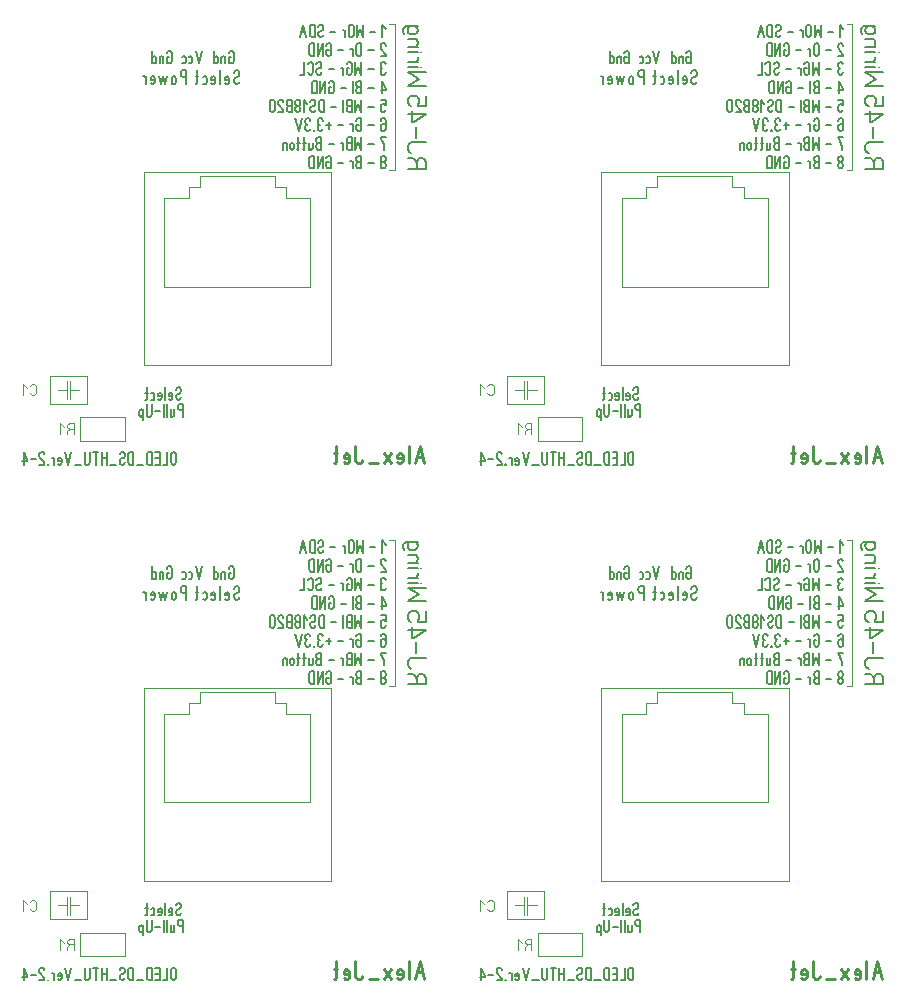
<source format=gbr>
%FSLAX34Y34*%
%MOMM*%
%LNSILK_BOTTOM*%
G71*
G01*
%ADD10C, 0.100*%
%ADD11C, 0.133*%
%ADD12C, 0.189*%
%ADD13C, 0.206*%
%ADD14C, 0.270*%
%ADD15C, 0.111*%
%LPD*%
G54D10*
X274638Y-174625D02*
X115838Y-174625D01*
X115838Y-338188D01*
X274638Y-338188D01*
X274638Y-174625D01*
G54D10*
X133350Y-196850D02*
X133350Y-271438D01*
X257075Y-271438D01*
X257075Y-196850D01*
G54D10*
X133350Y-196850D02*
X153988Y-196850D01*
X153988Y-187325D01*
X163513Y-187325D01*
X163513Y-177800D01*
X195263Y-177800D01*
G54D10*
X257012Y-196850D02*
X236375Y-196850D01*
X236375Y-187325D01*
X226850Y-187325D01*
X226850Y-177800D01*
X195100Y-177800D01*
G54D11*
X320663Y-53658D02*
X317996Y-49658D01*
X317996Y-60325D01*
G54D11*
X312023Y-55658D02*
X307756Y-55658D01*
G54D11*
X301783Y-49658D02*
X301783Y-60325D01*
X299116Y-53658D01*
X296449Y-60325D01*
X296449Y-49658D01*
G54D11*
X289250Y-51658D02*
X289250Y-58325D01*
X289783Y-59658D01*
X290850Y-60325D01*
X291917Y-60325D01*
X292983Y-59658D01*
X293517Y-58325D01*
X293517Y-51658D01*
X292983Y-50325D01*
X291917Y-49658D01*
X290850Y-49658D01*
X289783Y-50325D01*
X289250Y-51658D01*
G54D11*
X286317Y-60325D02*
X286317Y-54325D01*
G54D11*
X286317Y-55658D02*
X285250Y-54325D01*
X284183Y-54325D01*
G54D11*
X278211Y-55658D02*
X273944Y-55658D01*
G54D11*
X267971Y-58325D02*
X267437Y-59658D01*
X266371Y-60325D01*
X265304Y-60325D01*
X264237Y-59658D01*
X263704Y-58325D01*
X263704Y-56992D01*
X264237Y-55658D01*
X265304Y-54992D01*
X266371Y-54992D01*
X267437Y-54325D01*
X267971Y-52992D01*
X267971Y-51658D01*
X267437Y-50325D01*
X266371Y-49658D01*
X265304Y-49658D01*
X264237Y-50325D01*
X263704Y-51658D01*
G54D11*
X260770Y-60325D02*
X260770Y-49658D01*
X258104Y-49658D01*
X257037Y-50325D01*
X256504Y-51658D01*
X256504Y-58325D01*
X257037Y-59658D01*
X258104Y-60325D01*
X260770Y-60325D01*
G54D11*
X253570Y-60325D02*
X250904Y-49658D01*
X248237Y-60325D01*
G54D11*
X252504Y-56325D02*
X249304Y-56325D01*
G54D11*
X316396Y-76200D02*
X320663Y-76200D01*
X320663Y-75533D01*
X320129Y-74200D01*
X316929Y-70200D01*
X316396Y-68867D01*
X316396Y-67533D01*
X316929Y-66200D01*
X317996Y-65533D01*
X319063Y-65533D01*
X320129Y-66200D01*
X320663Y-67533D01*
G54D11*
X310423Y-71533D02*
X306156Y-71533D01*
G54D11*
X295916Y-67533D02*
X295916Y-74200D01*
X296449Y-75533D01*
X297516Y-76200D01*
X298583Y-76200D01*
X299649Y-75533D01*
X300183Y-74200D01*
X300183Y-67533D01*
X299649Y-66200D01*
X298583Y-65533D01*
X297516Y-65533D01*
X296449Y-66200D01*
X295916Y-67533D01*
G54D11*
X292983Y-76200D02*
X292983Y-70200D01*
G54D11*
X292983Y-71533D02*
X291916Y-70200D01*
X290849Y-70200D01*
G54D11*
X284877Y-71533D02*
X280610Y-71533D01*
G54D11*
X272503Y-70867D02*
X270370Y-70867D01*
X270370Y-74200D01*
X270903Y-75533D01*
X271970Y-76200D01*
X273037Y-76200D01*
X274103Y-75533D01*
X274637Y-74200D01*
X274637Y-67533D01*
X274103Y-66200D01*
X273037Y-65533D01*
X271970Y-65533D01*
X270903Y-66200D01*
X270370Y-67533D01*
G54D11*
X267437Y-76200D02*
X267437Y-65533D01*
X263170Y-76200D01*
X263170Y-65533D01*
G54D11*
X260236Y-76200D02*
X260236Y-65533D01*
X257570Y-65533D01*
X256503Y-66200D01*
X255970Y-67533D01*
X255970Y-74200D01*
X256503Y-75533D01*
X257570Y-76200D01*
X260236Y-76200D01*
G54D11*
X320663Y-83408D02*
X320129Y-82075D01*
X319063Y-81408D01*
X317996Y-81408D01*
X316929Y-82075D01*
X316396Y-83408D01*
X316396Y-84742D01*
X316929Y-86075D01*
X317996Y-86742D01*
X316929Y-87408D01*
X316396Y-88742D01*
X316396Y-90075D01*
X316929Y-91408D01*
X317996Y-92075D01*
X319063Y-92075D01*
X320129Y-91408D01*
X320663Y-90075D01*
G54D11*
X310423Y-87408D02*
X306156Y-87408D01*
G54D11*
X300183Y-81408D02*
X300183Y-92075D01*
X297516Y-85408D01*
X294849Y-92075D01*
X294849Y-81408D01*
G54D11*
X289783Y-86742D02*
X287650Y-86742D01*
X287650Y-90075D01*
X288183Y-91408D01*
X289250Y-92075D01*
X290317Y-92075D01*
X291383Y-91408D01*
X291917Y-90075D01*
X291917Y-83408D01*
X291383Y-82075D01*
X290317Y-81408D01*
X289250Y-81408D01*
X288183Y-82075D01*
X287650Y-83408D01*
G54D11*
X284717Y-92075D02*
X284717Y-86075D01*
G54D11*
X284717Y-87408D02*
X283650Y-86075D01*
X282583Y-86075D01*
G54D11*
X276611Y-87408D02*
X272344Y-87408D01*
G54D11*
X266371Y-90075D02*
X265837Y-91408D01*
X264771Y-92075D01*
X263704Y-92075D01*
X262637Y-91408D01*
X262104Y-90075D01*
X262104Y-88742D01*
X262637Y-87408D01*
X263704Y-86742D01*
X264771Y-86742D01*
X265837Y-86075D01*
X266371Y-84742D01*
X266371Y-83408D01*
X265837Y-82075D01*
X264771Y-81408D01*
X263704Y-81408D01*
X262637Y-82075D01*
X262104Y-83408D01*
G54D11*
X254904Y-90075D02*
X255437Y-91408D01*
X256504Y-92075D01*
X257570Y-92075D01*
X258637Y-91408D01*
X259170Y-90075D01*
X259170Y-83408D01*
X258637Y-82075D01*
X257570Y-81408D01*
X256504Y-81408D01*
X255437Y-82075D01*
X254904Y-83408D01*
G54D11*
X251970Y-81408D02*
X251970Y-92075D01*
X248237Y-92075D01*
G54D11*
X317463Y-107950D02*
X317463Y-97283D01*
X320663Y-103950D01*
X320663Y-105283D01*
X316396Y-105283D01*
G54D11*
X310423Y-103283D02*
X306156Y-103283D01*
G54D11*
X300183Y-107950D02*
X300183Y-97283D01*
X297516Y-97283D01*
X296449Y-97950D01*
X295916Y-99283D01*
X295916Y-100617D01*
X296449Y-101950D01*
X297516Y-102617D01*
X296449Y-103283D01*
X295916Y-104617D01*
X295916Y-105950D01*
X296449Y-107283D01*
X297516Y-107950D01*
X300183Y-107950D01*
G54D11*
X300183Y-102617D02*
X297516Y-102617D01*
G54D11*
X292983Y-107950D02*
X292983Y-97283D01*
G54D11*
X287010Y-103283D02*
X282743Y-103283D01*
G54D11*
X274636Y-102617D02*
X272503Y-102617D01*
X272503Y-105950D01*
X273036Y-107283D01*
X274103Y-107950D01*
X275170Y-107950D01*
X276236Y-107283D01*
X276770Y-105950D01*
X276770Y-99283D01*
X276236Y-97950D01*
X275170Y-97283D01*
X274103Y-97283D01*
X273036Y-97950D01*
X272503Y-99283D01*
G54D11*
X269570Y-107950D02*
X269570Y-97283D01*
X265303Y-107950D01*
X265303Y-97283D01*
G54D11*
X262370Y-107950D02*
X262370Y-97283D01*
X259703Y-97283D01*
X258636Y-97950D01*
X258103Y-99283D01*
X258103Y-105950D01*
X258636Y-107283D01*
X259703Y-107950D01*
X262370Y-107950D01*
G54D11*
X316396Y-113158D02*
X320663Y-113158D01*
X320663Y-117825D01*
X320129Y-117825D01*
X319063Y-117158D01*
X317996Y-117158D01*
X316929Y-117825D01*
X316396Y-119158D01*
X316396Y-121825D01*
X316929Y-123158D01*
X317996Y-123825D01*
X319063Y-123825D01*
X320129Y-123158D01*
X320663Y-121825D01*
G54D11*
X310423Y-119158D02*
X306156Y-119158D01*
G54D11*
X300183Y-113158D02*
X300183Y-123825D01*
X297516Y-117158D01*
X294849Y-123825D01*
X294849Y-113158D01*
G54D11*
X291917Y-123825D02*
X291917Y-113158D01*
X289250Y-113158D01*
X288183Y-113825D01*
X287650Y-115158D01*
X287650Y-116492D01*
X288183Y-117825D01*
X289250Y-118492D01*
X288183Y-119158D01*
X287650Y-120492D01*
X287650Y-121825D01*
X288183Y-123158D01*
X289250Y-123825D01*
X291917Y-123825D01*
G54D11*
X291917Y-118492D02*
X289250Y-118492D01*
G54D11*
X284717Y-123825D02*
X284717Y-113158D01*
G54D11*
X278744Y-119158D02*
X274477Y-119158D01*
G54D11*
X268504Y-123825D02*
X268504Y-113158D01*
X265837Y-113158D01*
X264770Y-113825D01*
X264237Y-115158D01*
X264237Y-121825D01*
X264770Y-123158D01*
X265837Y-123825D01*
X268504Y-123825D01*
G54D11*
X261304Y-121825D02*
X260770Y-123158D01*
X259704Y-123825D01*
X258637Y-123825D01*
X257570Y-123158D01*
X257037Y-121825D01*
X257037Y-120492D01*
X257570Y-119158D01*
X258637Y-118492D01*
X259704Y-118492D01*
X260770Y-117825D01*
X261304Y-116492D01*
X261304Y-115158D01*
X260770Y-113825D01*
X259704Y-113158D01*
X258637Y-113158D01*
X257570Y-113825D01*
X257037Y-115158D01*
G54D11*
X254104Y-117158D02*
X251437Y-113158D01*
X251437Y-123825D01*
G54D11*
X245837Y-118492D02*
X246904Y-118492D01*
X247970Y-117825D01*
X248504Y-116492D01*
X248504Y-115158D01*
X247970Y-113825D01*
X246904Y-113158D01*
X245837Y-113158D01*
X244770Y-113825D01*
X244237Y-115158D01*
X244237Y-116492D01*
X244770Y-117825D01*
X245837Y-118492D01*
X244770Y-119158D01*
X244237Y-120492D01*
X244237Y-121825D01*
X244770Y-123158D01*
X245837Y-123825D01*
X246904Y-123825D01*
X247970Y-123158D01*
X248504Y-121825D01*
X248504Y-120492D01*
X247970Y-119158D01*
X246904Y-118492D01*
G54D11*
X241304Y-123825D02*
X241304Y-113158D01*
X238637Y-113158D01*
X237570Y-113825D01*
X237037Y-115158D01*
X237037Y-116492D01*
X237570Y-117825D01*
X238637Y-118492D01*
X237570Y-119158D01*
X237037Y-120492D01*
X237037Y-121825D01*
X237570Y-123158D01*
X238637Y-123825D01*
X241304Y-123825D01*
G54D11*
X241304Y-118492D02*
X238637Y-118492D01*
G54D11*
X229837Y-123825D02*
X234104Y-123825D01*
X234104Y-123158D01*
X233570Y-121825D01*
X230370Y-117825D01*
X229837Y-116492D01*
X229837Y-115158D01*
X230370Y-113825D01*
X231437Y-113158D01*
X232504Y-113158D01*
X233570Y-113825D01*
X234104Y-115158D01*
G54D11*
X222637Y-115158D02*
X222637Y-121825D01*
X223170Y-123158D01*
X224237Y-123825D01*
X225304Y-123825D01*
X226370Y-123158D01*
X226904Y-121825D01*
X226904Y-115158D01*
X226370Y-113825D01*
X225304Y-113158D01*
X224237Y-113158D01*
X223170Y-113825D01*
X222637Y-115158D01*
G54D11*
X316421Y-131021D02*
X316954Y-129688D01*
X318021Y-129021D01*
X319088Y-129021D01*
X320154Y-129688D01*
X320688Y-131021D01*
X320688Y-134354D01*
X320688Y-135021D01*
X319088Y-133688D01*
X318021Y-133688D01*
X316954Y-134354D01*
X316421Y-135688D01*
X316421Y-137688D01*
X316954Y-139021D01*
X318021Y-139688D01*
X319088Y-139688D01*
X320154Y-139021D01*
X320688Y-137688D01*
X320688Y-134354D01*
G54D11*
X310448Y-135021D02*
X306181Y-135021D01*
G54D11*
X298074Y-134354D02*
X295941Y-134354D01*
X295941Y-137688D01*
X296474Y-139021D01*
X297541Y-139688D01*
X298608Y-139688D01*
X299674Y-139021D01*
X300208Y-137688D01*
X300208Y-131021D01*
X299674Y-129688D01*
X298608Y-129021D01*
X297541Y-129021D01*
X296474Y-129688D01*
X295941Y-131021D01*
G54D11*
X293008Y-139688D02*
X293008Y-133688D01*
G54D11*
X293008Y-135021D02*
X291941Y-133688D01*
X290874Y-133688D01*
G54D11*
X284902Y-135021D02*
X280635Y-135021D01*
G54D11*
X274662Y-135021D02*
X270395Y-135021D01*
G54D11*
X272528Y-132354D02*
X272528Y-137688D01*
G54D11*
X267462Y-131021D02*
X266928Y-129688D01*
X265862Y-129021D01*
X264795Y-129021D01*
X263728Y-129688D01*
X263195Y-131021D01*
X263195Y-132354D01*
X263728Y-133688D01*
X264795Y-134354D01*
X263728Y-135021D01*
X263195Y-136354D01*
X263195Y-137688D01*
X263728Y-139021D01*
X264795Y-139688D01*
X265862Y-139688D01*
X266928Y-139021D01*
X267462Y-137688D01*
G54D11*
X259835Y-139688D02*
X260262Y-139688D01*
X260262Y-139154D01*
X259835Y-139154D01*
X259835Y-139688D01*
X260262Y-139688D01*
G54D11*
X256902Y-131021D02*
X256368Y-129688D01*
X255302Y-129021D01*
X254235Y-129021D01*
X253168Y-129688D01*
X252635Y-131021D01*
X252635Y-132354D01*
X253168Y-133688D01*
X254235Y-134354D01*
X253168Y-135021D01*
X252635Y-136354D01*
X252635Y-137688D01*
X253168Y-139021D01*
X254235Y-139688D01*
X255302Y-139688D01*
X256368Y-139021D01*
X256902Y-137688D01*
G54D11*
X249702Y-129021D02*
X247035Y-139688D01*
X244368Y-129021D01*
G54D11*
X320663Y-144908D02*
X316396Y-144908D01*
X316929Y-146242D01*
X317996Y-148242D01*
X319063Y-150908D01*
X319596Y-152908D01*
X319596Y-155575D01*
G54D11*
X310423Y-150908D02*
X306156Y-150908D01*
G54D11*
X300183Y-144908D02*
X300183Y-155575D01*
X297516Y-148908D01*
X294849Y-155575D01*
X294849Y-144908D01*
G54D11*
X291917Y-155575D02*
X291917Y-144908D01*
X289250Y-144908D01*
X288183Y-145575D01*
X287650Y-146908D01*
X287650Y-148242D01*
X288183Y-149575D01*
X289250Y-150242D01*
X288183Y-150908D01*
X287650Y-152242D01*
X287650Y-153575D01*
X288183Y-154908D01*
X289250Y-155575D01*
X291917Y-155575D01*
G54D11*
X291917Y-150242D02*
X289250Y-150242D01*
G54D11*
X284717Y-155575D02*
X284717Y-149575D01*
G54D11*
X284717Y-150908D02*
X283650Y-149575D01*
X282583Y-149575D01*
G54D11*
X276611Y-150908D02*
X272344Y-150908D01*
G54D11*
X266371Y-155575D02*
X266371Y-144908D01*
X263704Y-144908D01*
X262637Y-145575D01*
X262104Y-146908D01*
X262104Y-148242D01*
X262637Y-149575D01*
X263704Y-150242D01*
X262637Y-150908D01*
X262104Y-152242D01*
X262104Y-153575D01*
X262637Y-154908D01*
X263704Y-155575D01*
X266371Y-155575D01*
G54D11*
X266371Y-150242D02*
X263704Y-150242D01*
G54D11*
X255970Y-149575D02*
X255970Y-155575D01*
G54D11*
X255970Y-154242D02*
X256504Y-155308D01*
X257570Y-155575D01*
X258637Y-155308D01*
X259170Y-154242D01*
X259170Y-149575D01*
G54D11*
X251971Y-144908D02*
X251971Y-154908D01*
X251438Y-155575D01*
X250904Y-155308D01*
G54D11*
X253038Y-149575D02*
X250904Y-149575D01*
G54D11*
X246905Y-144908D02*
X246905Y-154908D01*
X246372Y-155575D01*
X245838Y-155308D01*
G54D11*
X247972Y-149575D02*
X245838Y-149575D01*
G54D11*
X239706Y-153975D02*
X239706Y-151308D01*
X240239Y-149975D01*
X241306Y-149575D01*
X242372Y-149975D01*
X242906Y-151308D01*
X242906Y-153975D01*
X242372Y-155308D01*
X241306Y-155575D01*
X240239Y-155308D01*
X239706Y-153975D01*
G54D11*
X236773Y-155575D02*
X236773Y-149575D01*
G54D11*
X236773Y-150908D02*
X236239Y-149975D01*
X235173Y-149575D01*
X234106Y-149975D01*
X233573Y-150908D01*
X233573Y-155575D01*
G54D11*
X317996Y-166117D02*
X319063Y-166117D01*
X320129Y-165450D01*
X320663Y-164117D01*
X320663Y-162783D01*
X320129Y-161450D01*
X319063Y-160783D01*
X317996Y-160783D01*
X316929Y-161450D01*
X316396Y-162783D01*
X316396Y-164117D01*
X316929Y-165450D01*
X317996Y-166117D01*
X316929Y-166783D01*
X316396Y-168117D01*
X316396Y-169450D01*
X316929Y-170783D01*
X317996Y-171450D01*
X319063Y-171450D01*
X320129Y-170783D01*
X320663Y-169450D01*
X320663Y-168117D01*
X320129Y-166783D01*
X319063Y-166117D01*
G54D11*
X310423Y-166783D02*
X306156Y-166783D01*
G54D11*
X300183Y-171450D02*
X300183Y-160783D01*
X297516Y-160783D01*
X296449Y-161450D01*
X295916Y-162783D01*
X295916Y-164117D01*
X296449Y-165450D01*
X297516Y-166117D01*
X296449Y-166783D01*
X295916Y-168117D01*
X295916Y-169450D01*
X296449Y-170783D01*
X297516Y-171450D01*
X300183Y-171450D01*
G54D11*
X300183Y-166117D02*
X297516Y-166117D01*
G54D11*
X292983Y-171450D02*
X292983Y-165450D01*
G54D11*
X292983Y-166783D02*
X291916Y-165450D01*
X290849Y-165450D01*
G54D11*
X284877Y-166783D02*
X280610Y-166783D01*
G54D11*
X272503Y-166117D02*
X270370Y-166117D01*
X270370Y-169450D01*
X270903Y-170783D01*
X271970Y-171450D01*
X273037Y-171450D01*
X274103Y-170783D01*
X274637Y-169450D01*
X274637Y-162783D01*
X274103Y-161450D01*
X273037Y-160783D01*
X271970Y-160783D01*
X270903Y-161450D01*
X270370Y-162783D01*
G54D11*
X267437Y-171450D02*
X267437Y-160783D01*
X263170Y-171450D01*
X263170Y-160783D01*
G54D11*
X260236Y-171450D02*
X260236Y-160783D01*
X257570Y-160783D01*
X256503Y-161450D01*
X255970Y-162783D01*
X255970Y-169450D01*
X256503Y-170783D01*
X257570Y-171450D01*
X260236Y-171450D01*
G54D10*
X323825Y-49200D02*
X328588Y-49200D01*
X328588Y-173025D01*
X323825Y-173025D01*
G54D12*
X346943Y-167192D02*
X345054Y-163792D01*
X343165Y-162658D01*
X339388Y-162658D01*
G54D12*
X339388Y-171725D02*
X354499Y-171725D01*
X354499Y-166058D01*
X353554Y-163792D01*
X351665Y-162658D01*
X349776Y-162658D01*
X347888Y-163792D01*
X346943Y-166058D01*
X346943Y-171725D01*
G54D12*
X354499Y-149435D02*
X342221Y-149435D01*
X340332Y-150569D01*
X339388Y-152835D01*
X339388Y-155102D01*
X340332Y-157369D01*
X342221Y-158502D01*
G54D12*
X345999Y-145279D02*
X345999Y-136212D01*
G54D12*
X339388Y-125256D02*
X354499Y-125256D01*
X345054Y-132056D01*
X343165Y-132056D01*
X343165Y-122989D01*
G54D12*
X354499Y-109766D02*
X354499Y-118833D01*
X347888Y-118833D01*
X347888Y-117700D01*
X348832Y-115433D01*
X348832Y-113166D01*
X347888Y-110900D01*
X345999Y-109766D01*
X342221Y-109766D01*
X340332Y-110900D01*
X339388Y-113166D01*
X339388Y-115433D01*
X340332Y-117700D01*
X342221Y-118833D01*
G54D12*
X354499Y-101227D02*
X339388Y-101227D01*
X348832Y-95560D01*
X339388Y-89894D01*
X354499Y-89894D01*
G54D12*
X339388Y-85738D02*
X347888Y-85738D01*
G54D12*
X350721Y-85738D02*
X350721Y-85738D01*
G54D12*
X339388Y-81582D02*
X347888Y-81582D01*
G54D12*
X345999Y-81582D02*
X347888Y-79315D01*
X347888Y-77049D01*
G54D12*
X339388Y-72893D02*
X347888Y-72893D01*
G54D12*
X350721Y-72893D02*
X350721Y-72893D01*
G54D12*
X339388Y-68737D02*
X347888Y-68737D01*
G54D12*
X345999Y-68737D02*
X347321Y-67604D01*
X347888Y-65337D01*
X347321Y-63070D01*
X345999Y-61937D01*
X339388Y-61937D01*
G54D12*
X336554Y-57781D02*
X335610Y-55514D01*
X335610Y-53928D01*
X336554Y-51661D01*
X338443Y-50981D01*
X347888Y-50981D01*
G54D12*
X345432Y-50981D02*
X347321Y-52114D01*
X347888Y-54381D01*
X347321Y-56648D01*
X345432Y-57781D01*
X341654Y-57781D01*
X339765Y-56648D01*
X339388Y-54381D01*
X339765Y-52114D01*
X341654Y-50981D01*
G54D13*
X196863Y-97833D02*
X196285Y-99278D01*
X195129Y-100000D01*
X193974Y-100000D01*
X192818Y-99278D01*
X192240Y-97833D01*
X192240Y-96389D01*
X192818Y-94944D01*
X193974Y-94222D01*
X195129Y-94222D01*
X196285Y-93500D01*
X196863Y-92056D01*
X196863Y-90611D01*
X196285Y-89167D01*
X195129Y-88444D01*
X193974Y-88444D01*
X192818Y-89167D01*
X192240Y-90611D01*
G54D13*
X184730Y-99278D02*
X185654Y-100000D01*
X186810Y-100000D01*
X187965Y-99278D01*
X188197Y-97833D01*
X188197Y-95378D01*
X187619Y-93933D01*
X186463Y-93500D01*
X185308Y-93933D01*
X184730Y-94944D01*
X184730Y-96389D01*
X188197Y-96389D01*
G54D13*
X180686Y-100000D02*
X180686Y-88444D01*
G54D13*
X173175Y-99278D02*
X174099Y-100000D01*
X175255Y-100000D01*
X176410Y-99278D01*
X176642Y-97833D01*
X176642Y-95378D01*
X176064Y-93933D01*
X174908Y-93500D01*
X173753Y-93933D01*
X173175Y-94944D01*
X173175Y-96389D01*
X176642Y-96389D01*
G54D13*
X166242Y-93933D02*
X167397Y-93500D01*
X168553Y-93933D01*
X169131Y-95378D01*
X169131Y-98267D01*
X168553Y-99711D01*
X167397Y-100000D01*
X166242Y-99711D01*
G54D13*
X161042Y-88444D02*
X161042Y-99278D01*
X160464Y-100000D01*
X159886Y-99711D01*
G54D13*
X162198Y-93500D02*
X159886Y-93500D01*
G54D13*
X151683Y-100000D02*
X151683Y-88444D01*
X148794Y-88444D01*
X147638Y-89167D01*
X147060Y-90611D01*
X147060Y-92056D01*
X147638Y-93500D01*
X148794Y-94222D01*
X151683Y-94222D01*
G54D13*
X139550Y-98267D02*
X139550Y-95378D01*
X140128Y-93933D01*
X141283Y-93500D01*
X142439Y-93933D01*
X143017Y-95378D01*
X143017Y-98267D01*
X142439Y-99711D01*
X141283Y-100000D01*
X140128Y-99711D01*
X139550Y-98267D01*
G54D13*
X135506Y-93500D02*
X133772Y-100000D01*
X132039Y-93500D01*
X130306Y-100000D01*
X129150Y-93500D01*
G54D13*
X121639Y-99278D02*
X122563Y-100000D01*
X123719Y-100000D01*
X124874Y-99278D01*
X125106Y-97833D01*
X125106Y-95378D01*
X124528Y-93933D01*
X123372Y-93500D01*
X122217Y-93933D01*
X121639Y-94944D01*
X121639Y-96389D01*
X125106Y-96389D01*
G54D13*
X117595Y-100000D02*
X117595Y-93500D01*
G54D13*
X117595Y-94944D02*
X116439Y-93500D01*
X115283Y-93500D01*
G54D11*
X165113Y-71870D02*
X162446Y-82537D01*
X159780Y-71870D01*
G54D11*
X154180Y-76937D02*
X155247Y-76537D01*
X156314Y-76937D01*
X156847Y-78270D01*
X156847Y-80937D01*
X156314Y-82270D01*
X155247Y-82537D01*
X154180Y-82270D01*
G54D11*
X148580Y-76937D02*
X149647Y-76537D01*
X150714Y-76937D01*
X151247Y-78270D01*
X151247Y-80937D01*
X150714Y-82270D01*
X149647Y-82537D01*
X148580Y-82270D01*
G54D11*
X189967Y-77204D02*
X187834Y-77204D01*
X187834Y-80537D01*
X188367Y-81870D01*
X189434Y-82537D01*
X190501Y-82537D01*
X191567Y-81870D01*
X192101Y-80537D01*
X192101Y-73870D01*
X191567Y-72537D01*
X190501Y-71870D01*
X189434Y-71870D01*
X188367Y-72537D01*
X187834Y-73870D01*
G54D11*
X184901Y-82537D02*
X184901Y-76537D01*
G54D11*
X184901Y-77870D02*
X184367Y-76937D01*
X183301Y-76537D01*
X182234Y-76937D01*
X181701Y-77870D01*
X181701Y-82537D01*
G54D11*
X175568Y-82537D02*
X175568Y-71870D01*
G54D11*
X175568Y-78270D02*
X176101Y-76937D01*
X177168Y-76537D01*
X178234Y-76937D01*
X178768Y-78270D01*
X178768Y-80937D01*
X178234Y-82270D01*
X177168Y-82537D01*
X176101Y-82270D01*
X175568Y-80937D01*
G54D11*
X137580Y-77204D02*
X135446Y-77204D01*
X135446Y-80537D01*
X135980Y-81870D01*
X137046Y-82537D01*
X138113Y-82537D01*
X139180Y-81870D01*
X139713Y-80537D01*
X139713Y-73870D01*
X139180Y-72537D01*
X138113Y-71870D01*
X137046Y-71870D01*
X135980Y-72537D01*
X135446Y-73870D01*
G54D11*
X132513Y-82537D02*
X132513Y-76537D01*
G54D11*
X132513Y-77870D02*
X131980Y-76937D01*
X130913Y-76537D01*
X129846Y-76937D01*
X129313Y-77870D01*
X129313Y-82537D01*
G54D11*
X123180Y-82537D02*
X123180Y-71870D01*
G54D11*
X123180Y-78270D02*
X123713Y-76937D01*
X124780Y-76537D01*
X125847Y-76937D01*
X126380Y-78270D01*
X126380Y-80937D01*
X125847Y-82270D01*
X124780Y-82537D01*
X123713Y-82270D01*
X123180Y-80937D01*
G54D11*
X138871Y-413558D02*
X138871Y-420225D01*
X139404Y-421558D01*
X140471Y-422225D01*
X141538Y-422225D01*
X142604Y-421558D01*
X143138Y-420225D01*
X143138Y-413558D01*
X142604Y-412225D01*
X141538Y-411558D01*
X140471Y-411558D01*
X139404Y-412225D01*
X138871Y-413558D01*
G54D11*
X135938Y-411558D02*
X135938Y-422225D01*
X132204Y-422225D01*
G54D11*
X125538Y-422225D02*
X129272Y-422225D01*
X129272Y-411558D01*
X125538Y-411558D01*
G54D11*
X129272Y-416892D02*
X125538Y-416892D01*
G54D11*
X122606Y-422225D02*
X122606Y-411558D01*
X119939Y-411558D01*
X118872Y-412225D01*
X118339Y-413558D01*
X118339Y-420225D01*
X118872Y-421558D01*
X119939Y-422225D01*
X122606Y-422225D01*
G54D11*
X115406Y-422225D02*
X110072Y-422225D01*
G54D11*
X107140Y-422225D02*
X107140Y-411558D01*
X104473Y-411558D01*
X103406Y-412225D01*
X102873Y-413558D01*
X102873Y-420225D01*
X103406Y-421558D01*
X104473Y-422225D01*
X107140Y-422225D01*
G54D11*
X99940Y-420225D02*
X99406Y-421558D01*
X98340Y-422225D01*
X97273Y-422225D01*
X96206Y-421558D01*
X95673Y-420225D01*
X95673Y-418892D01*
X96206Y-417558D01*
X97273Y-416892D01*
X98340Y-416892D01*
X99406Y-416225D01*
X99940Y-414892D01*
X99940Y-413558D01*
X99406Y-412225D01*
X98340Y-411558D01*
X97273Y-411558D01*
X96206Y-412225D01*
X95673Y-413558D01*
G54D11*
X92740Y-422225D02*
X87406Y-422225D01*
G54D11*
X84474Y-422225D02*
X84474Y-411558D01*
G54D11*
X80207Y-422225D02*
X80207Y-411558D01*
G54D11*
X84474Y-416892D02*
X80207Y-416892D01*
G54D11*
X75140Y-422225D02*
X75140Y-411558D01*
G54D11*
X77274Y-411558D02*
X73007Y-411558D01*
G54D11*
X70074Y-411558D02*
X70074Y-420225D01*
X69540Y-421558D01*
X68474Y-422225D01*
X67407Y-422225D01*
X66340Y-421558D01*
X65807Y-420225D01*
X65807Y-411558D01*
G54D11*
X62874Y-422225D02*
X57540Y-422225D01*
G54D11*
X54608Y-411558D02*
X51941Y-422225D01*
X49274Y-411558D01*
G54D11*
X43142Y-421558D02*
X43995Y-422225D01*
X45062Y-422225D01*
X46128Y-421558D01*
X46342Y-420225D01*
X46342Y-417958D01*
X45808Y-416625D01*
X44742Y-416225D01*
X43675Y-416625D01*
X43142Y-417558D01*
X43142Y-418892D01*
X46342Y-418892D01*
G54D11*
X40209Y-422225D02*
X40209Y-416225D01*
G54D11*
X40209Y-417558D02*
X39142Y-416225D01*
X38075Y-416225D01*
G54D11*
X34716Y-422225D02*
X35143Y-422225D01*
X35143Y-421692D01*
X34716Y-421692D01*
X34716Y-422225D01*
X35143Y-422225D01*
G54D11*
X27516Y-422225D02*
X31783Y-422225D01*
X31783Y-421558D01*
X31249Y-420225D01*
X28049Y-416225D01*
X27516Y-414892D01*
X27516Y-413558D01*
X28049Y-412225D01*
X29116Y-411558D01*
X30183Y-411558D01*
X31249Y-412225D01*
X31783Y-413558D01*
G54D11*
X24583Y-417558D02*
X20316Y-417558D01*
G54D11*
X14183Y-422225D02*
X14183Y-411558D01*
X17383Y-418225D01*
X17383Y-419558D01*
X13116Y-419558D01*
G54D14*
X353188Y-421250D02*
X349410Y-406139D01*
X345632Y-421250D01*
G54D14*
X351676Y-415584D02*
X347143Y-415584D01*
G54D14*
X340343Y-421250D02*
X340343Y-406139D01*
G54D14*
X330520Y-420306D02*
X331729Y-421250D01*
X333240Y-421250D01*
X334751Y-420306D01*
X335054Y-418417D01*
X335054Y-415206D01*
X334298Y-413317D01*
X332787Y-412750D01*
X331276Y-413317D01*
X330520Y-414639D01*
X330520Y-416528D01*
X335054Y-416528D01*
G54D14*
X325232Y-412750D02*
X319187Y-421250D01*
G54D14*
X325232Y-421250D02*
X319187Y-412750D01*
G54D14*
X313899Y-421250D02*
X306343Y-421250D01*
G54D14*
X295009Y-406139D02*
X295009Y-418417D01*
X295765Y-420306D01*
X297276Y-421250D01*
X298787Y-421250D01*
X300298Y-420306D01*
X301054Y-418417D01*
G54D14*
X285187Y-420306D02*
X286396Y-421250D01*
X287907Y-421250D01*
X289418Y-420306D01*
X289721Y-418417D01*
X289721Y-415206D01*
X288965Y-413317D01*
X287454Y-412750D01*
X285943Y-413317D01*
X285187Y-414639D01*
X285187Y-416528D01*
X289721Y-416528D01*
G54D14*
X278387Y-406139D02*
X278387Y-420306D01*
X277632Y-421250D01*
X276876Y-420872D01*
G54D14*
X279899Y-412750D02*
X276876Y-412750D01*
G54D11*
X147377Y-365374D02*
X146843Y-366707D01*
X145777Y-367374D01*
X144710Y-367374D01*
X143643Y-366707D01*
X143110Y-365374D01*
X143110Y-364040D01*
X143643Y-362707D01*
X144710Y-362040D01*
X145777Y-362040D01*
X146843Y-361374D01*
X147377Y-360040D01*
X147377Y-358707D01*
X146843Y-357374D01*
X145777Y-356707D01*
X144710Y-356707D01*
X143643Y-357374D01*
X143110Y-358707D01*
G54D11*
X136977Y-366707D02*
X137830Y-367374D01*
X138897Y-367374D01*
X139963Y-366707D01*
X140177Y-365374D01*
X140177Y-363107D01*
X139643Y-361774D01*
X138577Y-361374D01*
X137510Y-361774D01*
X136977Y-362707D01*
X136977Y-364040D01*
X140177Y-364040D01*
G54D11*
X134044Y-367374D02*
X134044Y-356707D01*
G54D11*
X127911Y-366707D02*
X128764Y-367374D01*
X129831Y-367374D01*
X130897Y-366707D01*
X131111Y-365374D01*
X131111Y-363107D01*
X130577Y-361774D01*
X129511Y-361374D01*
X128444Y-361774D01*
X127911Y-362707D01*
X127911Y-364040D01*
X131111Y-364040D01*
G54D11*
X122311Y-361774D02*
X123378Y-361374D01*
X124444Y-361774D01*
X124978Y-363107D01*
X124978Y-365774D01*
X124444Y-367107D01*
X123378Y-367374D01*
X122311Y-367107D01*
G54D11*
X118311Y-356707D02*
X118311Y-366707D01*
X117778Y-367374D01*
X117244Y-367107D01*
G54D11*
X119378Y-361374D02*
X117244Y-361374D01*
G54D10*
X61951Y-402100D02*
X61951Y-382100D01*
X99951Y-382100D01*
X99951Y-402100D01*
X61951Y-402100D01*
G54D15*
X53771Y-391830D02*
X51771Y-392941D01*
X51105Y-394052D01*
X51105Y-396275D01*
G54D15*
X56438Y-396275D02*
X56438Y-387386D01*
X53105Y-387386D01*
X51771Y-387941D01*
X51105Y-389052D01*
X51105Y-390164D01*
X51771Y-391275D01*
X53105Y-391830D01*
X56438Y-391830D01*
G54D15*
X48661Y-390719D02*
X45328Y-387386D01*
X45328Y-396275D01*
G54D10*
X36476Y-370662D02*
X36476Y-346762D01*
X67476Y-346762D01*
X67476Y-370662D01*
X36476Y-370662D01*
G54D10*
X42876Y-358662D02*
X50776Y-358662D01*
G54D10*
X53176Y-358662D02*
X61076Y-358662D01*
G54D10*
X50776Y-351562D02*
X50776Y-366662D01*
G54D10*
X53176Y-351562D02*
X53176Y-366662D01*
G54D15*
X19379Y-361558D02*
X20046Y-362669D01*
X21379Y-363225D01*
X22713Y-363225D01*
X24046Y-362669D01*
X24713Y-361558D01*
X24713Y-356002D01*
X24046Y-354891D01*
X22713Y-354336D01*
X21379Y-354336D01*
X20046Y-354891D01*
X19379Y-356002D01*
G54D15*
X16936Y-357669D02*
X13602Y-354336D01*
X13602Y-363225D01*
G54D11*
X148964Y-381502D02*
X148964Y-370836D01*
X146297Y-370836D01*
X145231Y-371502D01*
X144697Y-372836D01*
X144697Y-374169D01*
X145231Y-375502D01*
X146297Y-376169D01*
X148964Y-376169D01*
G54D11*
X138564Y-375502D02*
X138564Y-381502D01*
G54D11*
X138564Y-380169D02*
X139097Y-381236D01*
X140164Y-381502D01*
X141231Y-381236D01*
X141764Y-380169D01*
X141764Y-375502D01*
G54D11*
X135631Y-381502D02*
X135631Y-370836D01*
G54D11*
X132698Y-381502D02*
X132698Y-370836D01*
G54D11*
X129765Y-376836D02*
X125498Y-376836D01*
G54D11*
X122565Y-370836D02*
X122565Y-379502D01*
X122032Y-380836D01*
X120965Y-381502D01*
X119898Y-381502D01*
X118832Y-380836D01*
X118298Y-379502D01*
X118298Y-370836D01*
G54D11*
X115365Y-375502D02*
X115365Y-384169D01*
G54D11*
X115365Y-379502D02*
X114832Y-381236D01*
X113765Y-381502D01*
X112698Y-381236D01*
X112165Y-379902D01*
X112165Y-377236D01*
X112698Y-375902D01*
X113765Y-375502D01*
X114832Y-375902D01*
X115365Y-377502D01*
G54D10*
X661988Y-174625D02*
X503188Y-174625D01*
X503188Y-338188D01*
X661988Y-338188D01*
X661988Y-174625D01*
G54D10*
X520700Y-196850D02*
X520700Y-271438D01*
X644425Y-271438D01*
X644425Y-196850D01*
G54D10*
X520700Y-196850D02*
X541338Y-196850D01*
X541338Y-187325D01*
X550862Y-187325D01*
X550862Y-177800D01*
X582612Y-177800D01*
G54D10*
X644362Y-196850D02*
X623725Y-196850D01*
X623725Y-187325D01*
X614200Y-187325D01*
X614200Y-177800D01*
X582450Y-177800D01*
G54D11*
X708012Y-53658D02*
X705346Y-49658D01*
X705346Y-60325D01*
G54D11*
X699372Y-55658D02*
X695106Y-55658D01*
G54D11*
X689132Y-49658D02*
X689132Y-60325D01*
X686466Y-53658D01*
X683799Y-60325D01*
X683799Y-49658D01*
G54D11*
X676600Y-51658D02*
X676600Y-58325D01*
X677133Y-59658D01*
X678200Y-60325D01*
X679266Y-60325D01*
X680333Y-59658D01*
X680866Y-58325D01*
X680866Y-51658D01*
X680333Y-50325D01*
X679266Y-49658D01*
X678200Y-49658D01*
X677133Y-50325D01*
X676600Y-51658D01*
G54D11*
X673666Y-60325D02*
X673666Y-54325D01*
G54D11*
X673666Y-55658D02*
X672600Y-54325D01*
X671533Y-54325D01*
G54D11*
X665560Y-55658D02*
X661294Y-55658D01*
G54D11*
X655320Y-58325D02*
X654787Y-59658D01*
X653720Y-60325D01*
X652654Y-60325D01*
X651587Y-59658D01*
X651054Y-58325D01*
X651054Y-56992D01*
X651587Y-55658D01*
X652654Y-54992D01*
X653720Y-54992D01*
X654787Y-54325D01*
X655320Y-52992D01*
X655320Y-51658D01*
X654787Y-50325D01*
X653720Y-49658D01*
X652654Y-49658D01*
X651587Y-50325D01*
X651054Y-51658D01*
G54D11*
X648120Y-60325D02*
X648120Y-49658D01*
X645454Y-49658D01*
X644387Y-50325D01*
X643854Y-51658D01*
X643854Y-58325D01*
X644387Y-59658D01*
X645454Y-60325D01*
X648120Y-60325D01*
G54D11*
X640920Y-60325D02*
X638254Y-49658D01*
X635587Y-60325D01*
G54D11*
X639854Y-56325D02*
X636654Y-56325D01*
G54D11*
X703746Y-76200D02*
X708012Y-76200D01*
X708012Y-75533D01*
X707479Y-74200D01*
X704279Y-70200D01*
X703746Y-68867D01*
X703746Y-67533D01*
X704279Y-66200D01*
X705346Y-65533D01*
X706412Y-65533D01*
X707479Y-66200D01*
X708012Y-67533D01*
G54D11*
X697772Y-71533D02*
X693506Y-71533D01*
G54D11*
X683266Y-67533D02*
X683266Y-74200D01*
X683799Y-75533D01*
X684866Y-76200D01*
X685932Y-76200D01*
X686999Y-75533D01*
X687532Y-74200D01*
X687532Y-67533D01*
X686999Y-66200D01*
X685932Y-65533D01*
X684866Y-65533D01*
X683799Y-66200D01*
X683266Y-67533D01*
G54D11*
X680332Y-76200D02*
X680332Y-70200D01*
G54D11*
X680332Y-71533D02*
X679266Y-70200D01*
X678199Y-70200D01*
G54D11*
X672226Y-71533D02*
X667960Y-71533D01*
G54D11*
X659853Y-70867D02*
X657720Y-70867D01*
X657720Y-74200D01*
X658253Y-75533D01*
X659320Y-76200D01*
X660386Y-76200D01*
X661453Y-75533D01*
X661986Y-74200D01*
X661986Y-67533D01*
X661453Y-66200D01*
X660386Y-65533D01*
X659320Y-65533D01*
X658253Y-66200D01*
X657720Y-67533D01*
G54D11*
X654786Y-76200D02*
X654786Y-65533D01*
X650520Y-76200D01*
X650520Y-65533D01*
G54D11*
X647586Y-76200D02*
X647586Y-65533D01*
X644920Y-65533D01*
X643853Y-66200D01*
X643320Y-67533D01*
X643320Y-74200D01*
X643853Y-75533D01*
X644920Y-76200D01*
X647586Y-76200D01*
G54D11*
X708012Y-83408D02*
X707479Y-82075D01*
X706412Y-81408D01*
X705346Y-81408D01*
X704279Y-82075D01*
X703746Y-83408D01*
X703746Y-84742D01*
X704279Y-86075D01*
X705346Y-86742D01*
X704279Y-87408D01*
X703746Y-88742D01*
X703746Y-90075D01*
X704279Y-91408D01*
X705346Y-92075D01*
X706412Y-92075D01*
X707479Y-91408D01*
X708012Y-90075D01*
G54D11*
X697772Y-87408D02*
X693506Y-87408D01*
G54D11*
X687532Y-81408D02*
X687532Y-92075D01*
X684866Y-85408D01*
X682199Y-92075D01*
X682199Y-81408D01*
G54D11*
X677133Y-86742D02*
X675000Y-86742D01*
X675000Y-90075D01*
X675533Y-91408D01*
X676600Y-92075D01*
X677666Y-92075D01*
X678733Y-91408D01*
X679266Y-90075D01*
X679266Y-83408D01*
X678733Y-82075D01*
X677666Y-81408D01*
X676600Y-81408D01*
X675533Y-82075D01*
X675000Y-83408D01*
G54D11*
X672066Y-92075D02*
X672066Y-86075D01*
G54D11*
X672066Y-87408D02*
X671000Y-86075D01*
X669933Y-86075D01*
G54D11*
X663960Y-87408D02*
X659694Y-87408D01*
G54D11*
X653720Y-90075D02*
X653187Y-91408D01*
X652120Y-92075D01*
X651054Y-92075D01*
X649987Y-91408D01*
X649454Y-90075D01*
X649454Y-88742D01*
X649987Y-87408D01*
X651054Y-86742D01*
X652120Y-86742D01*
X653187Y-86075D01*
X653720Y-84742D01*
X653720Y-83408D01*
X653187Y-82075D01*
X652120Y-81408D01*
X651054Y-81408D01*
X649987Y-82075D01*
X649454Y-83408D01*
G54D11*
X642254Y-90075D02*
X642787Y-91408D01*
X643854Y-92075D01*
X644920Y-92075D01*
X645987Y-91408D01*
X646520Y-90075D01*
X646520Y-83408D01*
X645987Y-82075D01*
X644920Y-81408D01*
X643854Y-81408D01*
X642787Y-82075D01*
X642254Y-83408D01*
G54D11*
X639320Y-81408D02*
X639320Y-92075D01*
X635587Y-92075D01*
G54D11*
X704812Y-107950D02*
X704812Y-97283D01*
X708012Y-103950D01*
X708012Y-105283D01*
X703746Y-105283D01*
G54D11*
X697772Y-103283D02*
X693506Y-103283D01*
G54D11*
X687532Y-107950D02*
X687532Y-97283D01*
X684866Y-97283D01*
X683799Y-97950D01*
X683266Y-99283D01*
X683266Y-100617D01*
X683799Y-101950D01*
X684866Y-102617D01*
X683799Y-103283D01*
X683266Y-104617D01*
X683266Y-105950D01*
X683799Y-107283D01*
X684866Y-107950D01*
X687532Y-107950D01*
G54D11*
X687532Y-102617D02*
X684866Y-102617D01*
G54D11*
X680332Y-107950D02*
X680332Y-97283D01*
G54D11*
X674360Y-103283D02*
X670093Y-103283D01*
G54D11*
X661986Y-102617D02*
X659853Y-102617D01*
X659853Y-105950D01*
X660386Y-107283D01*
X661453Y-107950D01*
X662520Y-107950D01*
X663586Y-107283D01*
X664120Y-105950D01*
X664120Y-99283D01*
X663586Y-97950D01*
X662520Y-97283D01*
X661453Y-97283D01*
X660386Y-97950D01*
X659853Y-99283D01*
G54D11*
X656920Y-107950D02*
X656920Y-97283D01*
X652653Y-107950D01*
X652653Y-97283D01*
G54D11*
X649720Y-107950D02*
X649720Y-97283D01*
X647053Y-97283D01*
X645986Y-97950D01*
X645453Y-99283D01*
X645453Y-105950D01*
X645986Y-107283D01*
X647053Y-107950D01*
X649720Y-107950D01*
G54D11*
X703746Y-113158D02*
X708012Y-113158D01*
X708012Y-117825D01*
X707479Y-117825D01*
X706412Y-117158D01*
X705346Y-117158D01*
X704279Y-117825D01*
X703746Y-119158D01*
X703746Y-121825D01*
X704279Y-123158D01*
X705346Y-123825D01*
X706412Y-123825D01*
X707479Y-123158D01*
X708012Y-121825D01*
G54D11*
X697772Y-119158D02*
X693506Y-119158D01*
G54D11*
X687532Y-113158D02*
X687532Y-123825D01*
X684866Y-117158D01*
X682199Y-123825D01*
X682199Y-113158D01*
G54D11*
X679266Y-123825D02*
X679266Y-113158D01*
X676600Y-113158D01*
X675533Y-113825D01*
X675000Y-115158D01*
X675000Y-116492D01*
X675533Y-117825D01*
X676600Y-118492D01*
X675533Y-119158D01*
X675000Y-120492D01*
X675000Y-121825D01*
X675533Y-123158D01*
X676600Y-123825D01*
X679266Y-123825D01*
G54D11*
X679266Y-118492D02*
X676600Y-118492D01*
G54D11*
X672066Y-123825D02*
X672066Y-113158D01*
G54D11*
X666094Y-119158D02*
X661827Y-119158D01*
G54D11*
X655854Y-123825D02*
X655854Y-113158D01*
X653187Y-113158D01*
X652120Y-113825D01*
X651587Y-115158D01*
X651587Y-121825D01*
X652120Y-123158D01*
X653187Y-123825D01*
X655854Y-123825D01*
G54D11*
X648654Y-121825D02*
X648120Y-123158D01*
X647054Y-123825D01*
X645987Y-123825D01*
X644920Y-123158D01*
X644387Y-121825D01*
X644387Y-120492D01*
X644920Y-119158D01*
X645987Y-118492D01*
X647054Y-118492D01*
X648120Y-117825D01*
X648654Y-116492D01*
X648654Y-115158D01*
X648120Y-113825D01*
X647054Y-113158D01*
X645987Y-113158D01*
X644920Y-113825D01*
X644387Y-115158D01*
G54D11*
X641454Y-117158D02*
X638787Y-113158D01*
X638787Y-123825D01*
G54D11*
X633187Y-118492D02*
X634254Y-118492D01*
X635320Y-117825D01*
X635854Y-116492D01*
X635854Y-115158D01*
X635320Y-113825D01*
X634254Y-113158D01*
X633187Y-113158D01*
X632120Y-113825D01*
X631587Y-115158D01*
X631587Y-116492D01*
X632120Y-117825D01*
X633187Y-118492D01*
X632120Y-119158D01*
X631587Y-120492D01*
X631587Y-121825D01*
X632120Y-123158D01*
X633187Y-123825D01*
X634254Y-123825D01*
X635320Y-123158D01*
X635854Y-121825D01*
X635854Y-120492D01*
X635320Y-119158D01*
X634254Y-118492D01*
G54D11*
X628654Y-123825D02*
X628654Y-113158D01*
X625987Y-113158D01*
X624920Y-113825D01*
X624387Y-115158D01*
X624387Y-116492D01*
X624920Y-117825D01*
X625987Y-118492D01*
X624920Y-119158D01*
X624387Y-120492D01*
X624387Y-121825D01*
X624920Y-123158D01*
X625987Y-123825D01*
X628654Y-123825D01*
G54D11*
X628654Y-118492D02*
X625987Y-118492D01*
G54D11*
X617187Y-123825D02*
X621454Y-123825D01*
X621454Y-123158D01*
X620920Y-121825D01*
X617720Y-117825D01*
X617187Y-116492D01*
X617187Y-115158D01*
X617720Y-113825D01*
X618787Y-113158D01*
X619854Y-113158D01*
X620920Y-113825D01*
X621454Y-115158D01*
G54D11*
X609987Y-115158D02*
X609987Y-121825D01*
X610520Y-123158D01*
X611587Y-123825D01*
X612654Y-123825D01*
X613720Y-123158D01*
X614254Y-121825D01*
X614254Y-115158D01*
X613720Y-113825D01*
X612654Y-113158D01*
X611587Y-113158D01*
X610520Y-113825D01*
X609987Y-115158D01*
G54D11*
X703771Y-131021D02*
X704304Y-129688D01*
X705371Y-129021D01*
X706438Y-129021D01*
X707504Y-129688D01*
X708038Y-131021D01*
X708038Y-134354D01*
X708038Y-135021D01*
X706438Y-133688D01*
X705371Y-133688D01*
X704304Y-134354D01*
X703771Y-135688D01*
X703771Y-137688D01*
X704304Y-139021D01*
X705371Y-139688D01*
X706438Y-139688D01*
X707504Y-139021D01*
X708038Y-137688D01*
X708038Y-134354D01*
G54D11*
X697798Y-135021D02*
X693531Y-135021D01*
G54D11*
X685424Y-134354D02*
X683291Y-134354D01*
X683291Y-137688D01*
X683824Y-139021D01*
X684891Y-139688D01*
X685958Y-139688D01*
X687024Y-139021D01*
X687558Y-137688D01*
X687558Y-131021D01*
X687024Y-129688D01*
X685958Y-129021D01*
X684891Y-129021D01*
X683824Y-129688D01*
X683291Y-131021D01*
G54D11*
X680358Y-139688D02*
X680358Y-133688D01*
G54D11*
X680358Y-135021D02*
X679291Y-133688D01*
X678224Y-133688D01*
G54D11*
X672252Y-135021D02*
X667985Y-135021D01*
G54D11*
X662012Y-135021D02*
X657745Y-135021D01*
G54D11*
X659878Y-132354D02*
X659878Y-137688D01*
G54D11*
X654812Y-131021D02*
X654278Y-129688D01*
X653212Y-129021D01*
X652145Y-129021D01*
X651078Y-129688D01*
X650545Y-131021D01*
X650545Y-132354D01*
X651078Y-133688D01*
X652145Y-134354D01*
X651078Y-135021D01*
X650545Y-136354D01*
X650545Y-137688D01*
X651078Y-139021D01*
X652145Y-139688D01*
X653212Y-139688D01*
X654278Y-139021D01*
X654812Y-137688D01*
G54D11*
X647185Y-139688D02*
X647612Y-139688D01*
X647612Y-139154D01*
X647185Y-139154D01*
X647185Y-139688D01*
X647612Y-139688D01*
G54D11*
X644252Y-131021D02*
X643718Y-129688D01*
X642652Y-129021D01*
X641585Y-129021D01*
X640518Y-129688D01*
X639985Y-131021D01*
X639985Y-132354D01*
X640518Y-133688D01*
X641585Y-134354D01*
X640518Y-135021D01*
X639985Y-136354D01*
X639985Y-137688D01*
X640518Y-139021D01*
X641585Y-139688D01*
X642652Y-139688D01*
X643718Y-139021D01*
X644252Y-137688D01*
G54D11*
X637052Y-129021D02*
X634385Y-139688D01*
X631718Y-129021D01*
G54D11*
X708012Y-144908D02*
X703746Y-144908D01*
X704279Y-146242D01*
X705346Y-148242D01*
X706412Y-150908D01*
X706946Y-152908D01*
X706946Y-155575D01*
G54D11*
X697772Y-150908D02*
X693506Y-150908D01*
G54D11*
X687532Y-144908D02*
X687532Y-155575D01*
X684866Y-148908D01*
X682199Y-155575D01*
X682199Y-144908D01*
G54D11*
X679266Y-155575D02*
X679266Y-144908D01*
X676600Y-144908D01*
X675533Y-145575D01*
X675000Y-146908D01*
X675000Y-148242D01*
X675533Y-149575D01*
X676600Y-150242D01*
X675533Y-150908D01*
X675000Y-152242D01*
X675000Y-153575D01*
X675533Y-154908D01*
X676600Y-155575D01*
X679266Y-155575D01*
G54D11*
X679266Y-150242D02*
X676600Y-150242D01*
G54D11*
X672066Y-155575D02*
X672066Y-149575D01*
G54D11*
X672066Y-150908D02*
X671000Y-149575D01*
X669933Y-149575D01*
G54D11*
X663960Y-150908D02*
X659694Y-150908D01*
G54D11*
X653720Y-155575D02*
X653720Y-144908D01*
X651054Y-144908D01*
X649987Y-145575D01*
X649454Y-146908D01*
X649454Y-148242D01*
X649987Y-149575D01*
X651054Y-150242D01*
X649987Y-150908D01*
X649454Y-152242D01*
X649454Y-153575D01*
X649987Y-154908D01*
X651054Y-155575D01*
X653720Y-155575D01*
G54D11*
X653720Y-150242D02*
X651054Y-150242D01*
G54D11*
X643320Y-149575D02*
X643320Y-155575D01*
G54D11*
X643320Y-154242D02*
X643854Y-155308D01*
X644920Y-155575D01*
X645987Y-155308D01*
X646520Y-154242D01*
X646520Y-149575D01*
G54D11*
X639321Y-144908D02*
X639321Y-154908D01*
X638788Y-155575D01*
X638254Y-155308D01*
G54D11*
X640388Y-149575D02*
X638254Y-149575D01*
G54D11*
X634255Y-144908D02*
X634255Y-154908D01*
X633722Y-155575D01*
X633188Y-155308D01*
G54D11*
X635322Y-149575D02*
X633188Y-149575D01*
G54D11*
X627056Y-153975D02*
X627056Y-151308D01*
X627589Y-149975D01*
X628656Y-149575D01*
X629722Y-149975D01*
X630256Y-151308D01*
X630256Y-153975D01*
X629722Y-155308D01*
X628656Y-155575D01*
X627589Y-155308D01*
X627056Y-153975D01*
G54D11*
X624122Y-155575D02*
X624122Y-149575D01*
G54D11*
X624122Y-150908D02*
X623589Y-149975D01*
X622522Y-149575D01*
X621456Y-149975D01*
X620922Y-150908D01*
X620922Y-155575D01*
G54D11*
X705346Y-166117D02*
X706412Y-166117D01*
X707479Y-165450D01*
X708012Y-164117D01*
X708012Y-162783D01*
X707479Y-161450D01*
X706412Y-160783D01*
X705346Y-160783D01*
X704279Y-161450D01*
X703746Y-162783D01*
X703746Y-164117D01*
X704279Y-165450D01*
X705346Y-166117D01*
X704279Y-166783D01*
X703746Y-168117D01*
X703746Y-169450D01*
X704279Y-170783D01*
X705346Y-171450D01*
X706412Y-171450D01*
X707479Y-170783D01*
X708012Y-169450D01*
X708012Y-168117D01*
X707479Y-166783D01*
X706412Y-166117D01*
G54D11*
X697772Y-166783D02*
X693506Y-166783D01*
G54D11*
X687532Y-171450D02*
X687532Y-160783D01*
X684866Y-160783D01*
X683799Y-161450D01*
X683266Y-162783D01*
X683266Y-164117D01*
X683799Y-165450D01*
X684866Y-166117D01*
X683799Y-166783D01*
X683266Y-168117D01*
X683266Y-169450D01*
X683799Y-170783D01*
X684866Y-171450D01*
X687532Y-171450D01*
G54D11*
X687532Y-166117D02*
X684866Y-166117D01*
G54D11*
X680332Y-171450D02*
X680332Y-165450D01*
G54D11*
X680332Y-166783D02*
X679266Y-165450D01*
X678199Y-165450D01*
G54D11*
X672226Y-166783D02*
X667960Y-166783D01*
G54D11*
X659853Y-166117D02*
X657720Y-166117D01*
X657720Y-169450D01*
X658253Y-170783D01*
X659320Y-171450D01*
X660386Y-171450D01*
X661453Y-170783D01*
X661986Y-169450D01*
X661986Y-162783D01*
X661453Y-161450D01*
X660386Y-160783D01*
X659320Y-160783D01*
X658253Y-161450D01*
X657720Y-162783D01*
G54D11*
X654786Y-171450D02*
X654786Y-160783D01*
X650520Y-171450D01*
X650520Y-160783D01*
G54D11*
X647586Y-171450D02*
X647586Y-160783D01*
X644920Y-160783D01*
X643853Y-161450D01*
X643320Y-162783D01*
X643320Y-169450D01*
X643853Y-170783D01*
X644920Y-171450D01*
X647586Y-171450D01*
G54D10*
X711175Y-49200D02*
X715938Y-49200D01*
X715938Y-173025D01*
X711175Y-173025D01*
G54D12*
X734293Y-167192D02*
X732404Y-163792D01*
X730515Y-162658D01*
X726738Y-162658D01*
G54D12*
X726738Y-171725D02*
X741849Y-171725D01*
X741849Y-166058D01*
X740904Y-163792D01*
X739015Y-162658D01*
X737126Y-162658D01*
X735238Y-163792D01*
X734293Y-166058D01*
X734293Y-171725D01*
G54D12*
X741849Y-149435D02*
X729571Y-149435D01*
X727682Y-150569D01*
X726738Y-152835D01*
X726738Y-155102D01*
X727682Y-157369D01*
X729571Y-158502D01*
G54D12*
X733349Y-145279D02*
X733349Y-136212D01*
G54D12*
X726738Y-125256D02*
X741849Y-125256D01*
X732404Y-132056D01*
X730515Y-132056D01*
X730515Y-122989D01*
G54D12*
X741849Y-109766D02*
X741849Y-118833D01*
X735238Y-118833D01*
X735238Y-117700D01*
X736182Y-115433D01*
X736182Y-113166D01*
X735238Y-110900D01*
X733349Y-109766D01*
X729571Y-109766D01*
X727682Y-110900D01*
X726738Y-113166D01*
X726738Y-115433D01*
X727682Y-117700D01*
X729571Y-118833D01*
G54D12*
X741849Y-101227D02*
X726738Y-101227D01*
X736182Y-95560D01*
X726738Y-89894D01*
X741849Y-89894D01*
G54D12*
X726738Y-85738D02*
X735238Y-85738D01*
G54D12*
X738071Y-85738D02*
X738071Y-85738D01*
G54D12*
X726738Y-81582D02*
X735238Y-81582D01*
G54D12*
X733349Y-81582D02*
X735238Y-79315D01*
X735238Y-77049D01*
G54D12*
X726738Y-72893D02*
X735238Y-72893D01*
G54D12*
X738071Y-72893D02*
X738071Y-72893D01*
G54D12*
X726738Y-68737D02*
X735238Y-68737D01*
G54D12*
X733349Y-68737D02*
X734671Y-67604D01*
X735238Y-65337D01*
X734671Y-63070D01*
X733349Y-61937D01*
X726738Y-61937D01*
G54D12*
X723904Y-57781D02*
X722960Y-55514D01*
X722960Y-53928D01*
X723904Y-51661D01*
X725793Y-50981D01*
X735238Y-50981D01*
G54D12*
X732782Y-50981D02*
X734671Y-52114D01*
X735238Y-54381D01*
X734671Y-56648D01*
X732782Y-57781D01*
X729004Y-57781D01*
X727115Y-56648D01*
X726738Y-54381D01*
X727115Y-52114D01*
X729004Y-50981D01*
G54D13*
X584212Y-97833D02*
X583635Y-99278D01*
X582479Y-100000D01*
X581324Y-100000D01*
X580168Y-99278D01*
X579590Y-97833D01*
X579590Y-96389D01*
X580168Y-94944D01*
X581324Y-94222D01*
X582479Y-94222D01*
X583635Y-93500D01*
X584212Y-92056D01*
X584212Y-90611D01*
X583635Y-89167D01*
X582479Y-88444D01*
X581324Y-88444D01*
X580168Y-89167D01*
X579590Y-90611D01*
G54D13*
X572080Y-99278D02*
X573004Y-100000D01*
X574160Y-100000D01*
X575315Y-99278D01*
X575546Y-97833D01*
X575546Y-95378D01*
X574969Y-93933D01*
X573813Y-93500D01*
X572658Y-93933D01*
X572080Y-94944D01*
X572080Y-96389D01*
X575546Y-96389D01*
G54D13*
X568036Y-100000D02*
X568036Y-88444D01*
G54D13*
X560525Y-99278D02*
X561449Y-100000D01*
X562605Y-100000D01*
X563760Y-99278D01*
X563992Y-97833D01*
X563992Y-95378D01*
X563414Y-93933D01*
X562258Y-93500D01*
X561103Y-93933D01*
X560525Y-94944D01*
X560525Y-96389D01*
X563992Y-96389D01*
G54D13*
X553592Y-93933D02*
X554747Y-93500D01*
X555903Y-93933D01*
X556480Y-95378D01*
X556480Y-98267D01*
X555903Y-99711D01*
X554747Y-100000D01*
X553592Y-99711D01*
G54D13*
X548392Y-88444D02*
X548392Y-99278D01*
X547814Y-100000D01*
X547236Y-99711D01*
G54D13*
X549548Y-93500D02*
X547236Y-93500D01*
G54D13*
X539032Y-100000D02*
X539032Y-88444D01*
X536144Y-88444D01*
X534988Y-89167D01*
X534410Y-90611D01*
X534410Y-92056D01*
X534988Y-93500D01*
X536144Y-94222D01*
X539032Y-94222D01*
G54D13*
X526900Y-98267D02*
X526900Y-95378D01*
X527478Y-93933D01*
X528633Y-93500D01*
X529789Y-93933D01*
X530366Y-95378D01*
X530366Y-98267D01*
X529789Y-99711D01*
X528633Y-100000D01*
X527478Y-99711D01*
X526900Y-98267D01*
G54D13*
X522856Y-93500D02*
X521122Y-100000D01*
X519389Y-93500D01*
X517656Y-100000D01*
X516500Y-93500D01*
G54D13*
X508989Y-99278D02*
X509913Y-100000D01*
X511069Y-100000D01*
X512224Y-99278D01*
X512456Y-97833D01*
X512456Y-95378D01*
X511878Y-93933D01*
X510722Y-93500D01*
X509567Y-93933D01*
X508989Y-94944D01*
X508989Y-96389D01*
X512456Y-96389D01*
G54D13*
X504944Y-100000D02*
X504944Y-93500D01*
G54D13*
X504944Y-94944D02*
X503789Y-93500D01*
X502633Y-93500D01*
G54D11*
X552463Y-71870D02*
X549796Y-82537D01*
X547130Y-71870D01*
G54D11*
X541530Y-76937D02*
X542597Y-76537D01*
X543664Y-76937D01*
X544197Y-78270D01*
X544197Y-80937D01*
X543664Y-82270D01*
X542597Y-82537D01*
X541530Y-82270D01*
G54D11*
X535930Y-76937D02*
X536997Y-76537D01*
X538064Y-76937D01*
X538597Y-78270D01*
X538597Y-80937D01*
X538064Y-82270D01*
X536997Y-82537D01*
X535930Y-82270D01*
G54D11*
X577317Y-77204D02*
X575184Y-77204D01*
X575184Y-80537D01*
X575717Y-81870D01*
X576784Y-82537D01*
X577850Y-82537D01*
X578917Y-81870D01*
X579450Y-80537D01*
X579450Y-73870D01*
X578917Y-72537D01*
X577850Y-71870D01*
X576784Y-71870D01*
X575717Y-72537D01*
X575184Y-73870D01*
G54D11*
X572250Y-82537D02*
X572250Y-76537D01*
G54D11*
X572250Y-77870D02*
X571717Y-76937D01*
X570650Y-76537D01*
X569584Y-76937D01*
X569050Y-77870D01*
X569050Y-82537D01*
G54D11*
X562918Y-82537D02*
X562918Y-71870D01*
G54D11*
X562918Y-78270D02*
X563451Y-76937D01*
X564518Y-76537D01*
X565584Y-76937D01*
X566118Y-78270D01*
X566118Y-80937D01*
X565584Y-82270D01*
X564518Y-82537D01*
X563451Y-82270D01*
X562918Y-80937D01*
G54D11*
X524930Y-77204D02*
X522796Y-77204D01*
X522796Y-80537D01*
X523330Y-81870D01*
X524396Y-82537D01*
X525463Y-82537D01*
X526530Y-81870D01*
X527063Y-80537D01*
X527063Y-73870D01*
X526530Y-72537D01*
X525463Y-71870D01*
X524396Y-71870D01*
X523330Y-72537D01*
X522796Y-73870D01*
G54D11*
X519863Y-82537D02*
X519863Y-76537D01*
G54D11*
X519863Y-77870D02*
X519330Y-76937D01*
X518263Y-76537D01*
X517196Y-76937D01*
X516663Y-77870D01*
X516663Y-82537D01*
G54D11*
X510530Y-82537D02*
X510530Y-71870D01*
G54D11*
X510530Y-78270D02*
X511063Y-76937D01*
X512130Y-76537D01*
X513197Y-76937D01*
X513730Y-78270D01*
X513730Y-80937D01*
X513197Y-82270D01*
X512130Y-82537D01*
X511063Y-82270D01*
X510530Y-80937D01*
G54D11*
X526221Y-413558D02*
X526221Y-420225D01*
X526754Y-421558D01*
X527821Y-422225D01*
X528888Y-422225D01*
X529954Y-421558D01*
X530488Y-420225D01*
X530488Y-413558D01*
X529954Y-412225D01*
X528888Y-411558D01*
X527821Y-411558D01*
X526754Y-412225D01*
X526221Y-413558D01*
G54D11*
X523288Y-411558D02*
X523288Y-422225D01*
X519554Y-422225D01*
G54D11*
X512888Y-422225D02*
X516622Y-422225D01*
X516622Y-411558D01*
X512888Y-411558D01*
G54D11*
X516622Y-416892D02*
X512888Y-416892D01*
G54D11*
X509956Y-422225D02*
X509956Y-411558D01*
X507289Y-411558D01*
X506222Y-412225D01*
X505689Y-413558D01*
X505689Y-420225D01*
X506222Y-421558D01*
X507289Y-422225D01*
X509956Y-422225D01*
G54D11*
X502756Y-422225D02*
X497422Y-422225D01*
G54D11*
X494490Y-422225D02*
X494490Y-411558D01*
X491823Y-411558D01*
X490756Y-412225D01*
X490223Y-413558D01*
X490223Y-420225D01*
X490756Y-421558D01*
X491823Y-422225D01*
X494490Y-422225D01*
G54D11*
X487290Y-420225D02*
X486756Y-421558D01*
X485690Y-422225D01*
X484623Y-422225D01*
X483556Y-421558D01*
X483023Y-420225D01*
X483023Y-418892D01*
X483556Y-417558D01*
X484623Y-416892D01*
X485690Y-416892D01*
X486756Y-416225D01*
X487290Y-414892D01*
X487290Y-413558D01*
X486756Y-412225D01*
X485690Y-411558D01*
X484623Y-411558D01*
X483556Y-412225D01*
X483023Y-413558D01*
G54D11*
X480090Y-422225D02*
X474756Y-422225D01*
G54D11*
X471824Y-422225D02*
X471824Y-411558D01*
G54D11*
X467557Y-422225D02*
X467557Y-411558D01*
G54D11*
X471824Y-416892D02*
X467557Y-416892D01*
G54D11*
X462490Y-422225D02*
X462490Y-411558D01*
G54D11*
X464624Y-411558D02*
X460357Y-411558D01*
G54D11*
X457424Y-411558D02*
X457424Y-420225D01*
X456890Y-421558D01*
X455824Y-422225D01*
X454757Y-422225D01*
X453690Y-421558D01*
X453157Y-420225D01*
X453157Y-411558D01*
G54D11*
X450224Y-422225D02*
X444890Y-422225D01*
G54D11*
X441958Y-411558D02*
X439291Y-422225D01*
X436624Y-411558D01*
G54D11*
X430492Y-421558D02*
X431345Y-422225D01*
X432412Y-422225D01*
X433478Y-421558D01*
X433692Y-420225D01*
X433692Y-417958D01*
X433158Y-416625D01*
X432092Y-416225D01*
X431025Y-416625D01*
X430492Y-417558D01*
X430492Y-418892D01*
X433692Y-418892D01*
G54D11*
X427558Y-422225D02*
X427558Y-416225D01*
G54D11*
X427558Y-417558D02*
X426492Y-416225D01*
X425425Y-416225D01*
G54D11*
X422066Y-422225D02*
X422492Y-422225D01*
X422492Y-421692D01*
X422066Y-421692D01*
X422066Y-422225D01*
X422492Y-422225D01*
G54D11*
X414866Y-422225D02*
X419132Y-422225D01*
X419132Y-421558D01*
X418599Y-420225D01*
X415399Y-416225D01*
X414866Y-414892D01*
X414866Y-413558D01*
X415399Y-412225D01*
X416466Y-411558D01*
X417532Y-411558D01*
X418599Y-412225D01*
X419132Y-413558D01*
G54D11*
X411932Y-417558D02*
X407666Y-417558D01*
G54D11*
X401532Y-422225D02*
X401532Y-411558D01*
X404732Y-418225D01*
X404732Y-419558D01*
X400466Y-419558D01*
G54D14*
X740538Y-421250D02*
X736760Y-406139D01*
X732982Y-421250D01*
G54D14*
X739026Y-415584D02*
X734493Y-415584D01*
G54D14*
X727692Y-421250D02*
X727692Y-406139D01*
G54D14*
X717870Y-420306D02*
X719079Y-421250D01*
X720590Y-421250D01*
X722101Y-420306D01*
X722404Y-418417D01*
X722404Y-415206D01*
X721648Y-413317D01*
X720137Y-412750D01*
X718626Y-413317D01*
X717870Y-414639D01*
X717870Y-416528D01*
X722404Y-416528D01*
G54D14*
X712582Y-412750D02*
X706537Y-421250D01*
G54D14*
X712582Y-421250D02*
X706537Y-412750D01*
G54D14*
X701248Y-421250D02*
X693693Y-421250D01*
G54D14*
X682359Y-406139D02*
X682359Y-418417D01*
X683115Y-420306D01*
X684626Y-421250D01*
X686137Y-421250D01*
X687648Y-420306D01*
X688404Y-418417D01*
G54D14*
X672537Y-420306D02*
X673746Y-421250D01*
X675257Y-421250D01*
X676768Y-420306D01*
X677070Y-418417D01*
X677070Y-415206D01*
X676315Y-413317D01*
X674804Y-412750D01*
X673293Y-413317D01*
X672537Y-414639D01*
X672537Y-416528D01*
X677070Y-416528D01*
G54D14*
X665737Y-406139D02*
X665737Y-420306D01*
X664982Y-421250D01*
X664226Y-420872D01*
G54D14*
X667248Y-412750D02*
X664226Y-412750D01*
G54D11*
X534726Y-365374D02*
X534193Y-366707D01*
X533126Y-367374D01*
X532060Y-367374D01*
X530993Y-366707D01*
X530460Y-365374D01*
X530460Y-364040D01*
X530993Y-362707D01*
X532060Y-362040D01*
X533126Y-362040D01*
X534193Y-361374D01*
X534726Y-360040D01*
X534726Y-358707D01*
X534193Y-357374D01*
X533126Y-356707D01*
X532060Y-356707D01*
X530993Y-357374D01*
X530460Y-358707D01*
G54D11*
X524326Y-366707D02*
X525180Y-367374D01*
X526246Y-367374D01*
X527313Y-366707D01*
X527526Y-365374D01*
X527526Y-363107D01*
X526993Y-361774D01*
X525926Y-361374D01*
X524860Y-361774D01*
X524326Y-362707D01*
X524326Y-364040D01*
X527526Y-364040D01*
G54D11*
X521394Y-367374D02*
X521394Y-356707D01*
G54D11*
X515260Y-366707D02*
X516114Y-367374D01*
X517180Y-367374D01*
X518247Y-366707D01*
X518460Y-365374D01*
X518460Y-363107D01*
X517927Y-361774D01*
X516860Y-361374D01*
X515794Y-361774D01*
X515260Y-362707D01*
X515260Y-364040D01*
X518460Y-364040D01*
G54D11*
X509661Y-361774D02*
X510728Y-361374D01*
X511794Y-361774D01*
X512328Y-363107D01*
X512328Y-365774D01*
X511794Y-367107D01*
X510728Y-367374D01*
X509661Y-367107D01*
G54D11*
X505661Y-356707D02*
X505661Y-366707D01*
X505128Y-367374D01*
X504594Y-367107D01*
G54D11*
X506728Y-361374D02*
X504594Y-361374D01*
G54D10*
X449300Y-402100D02*
X449300Y-382100D01*
X487300Y-382100D01*
X487300Y-402100D01*
X449300Y-402100D01*
G54D15*
X441121Y-391830D02*
X439121Y-392941D01*
X438455Y-394052D01*
X438455Y-396275D01*
G54D15*
X443788Y-396275D02*
X443788Y-387386D01*
X440455Y-387386D01*
X439121Y-387941D01*
X438455Y-389052D01*
X438455Y-390164D01*
X439121Y-391275D01*
X440455Y-391830D01*
X443788Y-391830D01*
G54D15*
X436011Y-390719D02*
X432678Y-387386D01*
X432678Y-396275D01*
G54D10*
X423826Y-370662D02*
X423826Y-346762D01*
X454826Y-346762D01*
X454826Y-370662D01*
X423826Y-370662D01*
G54D10*
X430226Y-358662D02*
X438126Y-358662D01*
G54D10*
X440526Y-358662D02*
X448426Y-358662D01*
G54D10*
X438126Y-351562D02*
X438126Y-366662D01*
G54D10*
X440526Y-351562D02*
X440526Y-366662D01*
G54D15*
X406729Y-361558D02*
X407396Y-362669D01*
X408729Y-363225D01*
X410062Y-363225D01*
X411396Y-362669D01*
X412062Y-361558D01*
X412062Y-356002D01*
X411396Y-354891D01*
X410062Y-354336D01*
X408729Y-354336D01*
X407396Y-354891D01*
X406729Y-356002D01*
G54D15*
X404286Y-357669D02*
X400952Y-354336D01*
X400952Y-363225D01*
G54D11*
X536314Y-381502D02*
X536314Y-370836D01*
X533647Y-370836D01*
X532581Y-371502D01*
X532047Y-372836D01*
X532047Y-374169D01*
X532581Y-375502D01*
X533647Y-376169D01*
X536314Y-376169D01*
G54D11*
X525914Y-375502D02*
X525914Y-381502D01*
G54D11*
X525914Y-380169D02*
X526447Y-381236D01*
X527514Y-381502D01*
X528581Y-381236D01*
X529114Y-380169D01*
X529114Y-375502D01*
G54D11*
X522981Y-381502D02*
X522981Y-370836D01*
G54D11*
X520048Y-381502D02*
X520048Y-370836D01*
G54D11*
X517115Y-376836D02*
X512848Y-376836D01*
G54D11*
X509915Y-370836D02*
X509915Y-379502D01*
X509382Y-380836D01*
X508315Y-381502D01*
X507248Y-381502D01*
X506182Y-380836D01*
X505648Y-379502D01*
X505648Y-370836D01*
G54D11*
X502715Y-375502D02*
X502715Y-384169D01*
G54D11*
X502715Y-379502D02*
X502182Y-381236D01*
X501115Y-381502D01*
X500048Y-381236D01*
X499515Y-379902D01*
X499515Y-377236D01*
X500048Y-375902D01*
X501115Y-375502D01*
X502182Y-375902D01*
X502715Y-377502D01*
G54D10*
X274638Y-611188D02*
X115838Y-611188D01*
X115838Y-774750D01*
X274638Y-774750D01*
X274638Y-611188D01*
G54D10*
X133350Y-633412D02*
X133350Y-708000D01*
X257075Y-708000D01*
X257075Y-633412D01*
G54D10*
X133350Y-633412D02*
X153988Y-633412D01*
X153988Y-623888D01*
X163513Y-623888D01*
X163513Y-614362D01*
X195263Y-614362D01*
G54D10*
X257012Y-633412D02*
X236375Y-633412D01*
X236375Y-623888D01*
X226850Y-623888D01*
X226850Y-614362D01*
X195100Y-614362D01*
G54D11*
X320663Y-490221D02*
X317996Y-486221D01*
X317996Y-496888D01*
G54D11*
X312023Y-492221D02*
X307756Y-492221D01*
G54D11*
X301783Y-486221D02*
X301783Y-496888D01*
X299116Y-490221D01*
X296449Y-496888D01*
X296449Y-486221D01*
G54D11*
X289250Y-488221D02*
X289250Y-494888D01*
X289783Y-496221D01*
X290850Y-496888D01*
X291917Y-496888D01*
X292983Y-496221D01*
X293517Y-494888D01*
X293517Y-488221D01*
X292983Y-486888D01*
X291917Y-486221D01*
X290850Y-486221D01*
X289783Y-486888D01*
X289250Y-488221D01*
G54D11*
X286317Y-496888D02*
X286317Y-490888D01*
G54D11*
X286317Y-492221D02*
X285250Y-490888D01*
X284183Y-490888D01*
G54D11*
X278211Y-492221D02*
X273944Y-492221D01*
G54D11*
X267971Y-494888D02*
X267437Y-496221D01*
X266371Y-496888D01*
X265304Y-496888D01*
X264237Y-496221D01*
X263704Y-494888D01*
X263704Y-493554D01*
X264237Y-492221D01*
X265304Y-491554D01*
X266371Y-491554D01*
X267437Y-490888D01*
X267971Y-489554D01*
X267971Y-488221D01*
X267437Y-486888D01*
X266371Y-486221D01*
X265304Y-486221D01*
X264237Y-486888D01*
X263704Y-488221D01*
G54D11*
X260770Y-496888D02*
X260770Y-486221D01*
X258104Y-486221D01*
X257037Y-486888D01*
X256504Y-488221D01*
X256504Y-494888D01*
X257037Y-496221D01*
X258104Y-496888D01*
X260770Y-496888D01*
G54D11*
X253570Y-496888D02*
X250904Y-486221D01*
X248237Y-496888D01*
G54D11*
X252504Y-492888D02*
X249304Y-492888D01*
G54D11*
X316396Y-512762D02*
X320663Y-512762D01*
X320663Y-512096D01*
X320129Y-510762D01*
X316929Y-506762D01*
X316396Y-505429D01*
X316396Y-504096D01*
X316929Y-502762D01*
X317996Y-502096D01*
X319063Y-502096D01*
X320129Y-502762D01*
X320663Y-504096D01*
G54D11*
X310423Y-508096D02*
X306156Y-508096D01*
G54D11*
X295916Y-504096D02*
X295916Y-510762D01*
X296449Y-512096D01*
X297516Y-512762D01*
X298583Y-512762D01*
X299649Y-512096D01*
X300183Y-510762D01*
X300183Y-504096D01*
X299649Y-502762D01*
X298583Y-502096D01*
X297516Y-502096D01*
X296449Y-502762D01*
X295916Y-504096D01*
G54D11*
X292983Y-512762D02*
X292983Y-506762D01*
G54D11*
X292983Y-508096D02*
X291916Y-506762D01*
X290849Y-506762D01*
G54D11*
X284877Y-508096D02*
X280610Y-508096D01*
G54D11*
X272503Y-507429D02*
X270370Y-507429D01*
X270370Y-510762D01*
X270903Y-512096D01*
X271970Y-512762D01*
X273037Y-512762D01*
X274103Y-512096D01*
X274637Y-510762D01*
X274637Y-504096D01*
X274103Y-502762D01*
X273037Y-502096D01*
X271970Y-502096D01*
X270903Y-502762D01*
X270370Y-504096D01*
G54D11*
X267437Y-512762D02*
X267437Y-502096D01*
X263170Y-512762D01*
X263170Y-502096D01*
G54D11*
X260236Y-512762D02*
X260236Y-502096D01*
X257570Y-502096D01*
X256503Y-502762D01*
X255970Y-504096D01*
X255970Y-510762D01*
X256503Y-512096D01*
X257570Y-512762D01*
X260236Y-512762D01*
G54D11*
X320663Y-519971D02*
X320129Y-518638D01*
X319063Y-517971D01*
X317996Y-517971D01*
X316929Y-518638D01*
X316396Y-519971D01*
X316396Y-521304D01*
X316929Y-522638D01*
X317996Y-523304D01*
X316929Y-523971D01*
X316396Y-525304D01*
X316396Y-526638D01*
X316929Y-527971D01*
X317996Y-528638D01*
X319063Y-528638D01*
X320129Y-527971D01*
X320663Y-526638D01*
G54D11*
X310423Y-523971D02*
X306156Y-523971D01*
G54D11*
X300183Y-517971D02*
X300183Y-528638D01*
X297516Y-521971D01*
X294849Y-528638D01*
X294849Y-517971D01*
G54D11*
X289783Y-523304D02*
X287650Y-523304D01*
X287650Y-526638D01*
X288183Y-527971D01*
X289250Y-528638D01*
X290317Y-528638D01*
X291383Y-527971D01*
X291917Y-526638D01*
X291917Y-519971D01*
X291383Y-518638D01*
X290317Y-517971D01*
X289250Y-517971D01*
X288183Y-518638D01*
X287650Y-519971D01*
G54D11*
X284717Y-528638D02*
X284717Y-522638D01*
G54D11*
X284717Y-523971D02*
X283650Y-522638D01*
X282583Y-522638D01*
G54D11*
X276611Y-523971D02*
X272344Y-523971D01*
G54D11*
X266371Y-526638D02*
X265837Y-527971D01*
X264771Y-528638D01*
X263704Y-528638D01*
X262637Y-527971D01*
X262104Y-526638D01*
X262104Y-525304D01*
X262637Y-523971D01*
X263704Y-523304D01*
X264771Y-523304D01*
X265837Y-522638D01*
X266371Y-521304D01*
X266371Y-519971D01*
X265837Y-518638D01*
X264771Y-517971D01*
X263704Y-517971D01*
X262637Y-518638D01*
X262104Y-519971D01*
G54D11*
X254904Y-526638D02*
X255437Y-527971D01*
X256504Y-528638D01*
X257570Y-528638D01*
X258637Y-527971D01*
X259170Y-526638D01*
X259170Y-519971D01*
X258637Y-518638D01*
X257570Y-517971D01*
X256504Y-517971D01*
X255437Y-518638D01*
X254904Y-519971D01*
G54D11*
X251970Y-517971D02*
X251970Y-528638D01*
X248237Y-528638D01*
G54D11*
X317463Y-544512D02*
X317463Y-533846D01*
X320663Y-540512D01*
X320663Y-541846D01*
X316396Y-541846D01*
G54D11*
X310423Y-539846D02*
X306156Y-539846D01*
G54D11*
X300183Y-544512D02*
X300183Y-533846D01*
X297516Y-533846D01*
X296449Y-534512D01*
X295916Y-535846D01*
X295916Y-537179D01*
X296449Y-538512D01*
X297516Y-539179D01*
X296449Y-539846D01*
X295916Y-541179D01*
X295916Y-542512D01*
X296449Y-543846D01*
X297516Y-544512D01*
X300183Y-544512D01*
G54D11*
X300183Y-539179D02*
X297516Y-539179D01*
G54D11*
X292983Y-544512D02*
X292983Y-533846D01*
G54D11*
X287010Y-539846D02*
X282743Y-539846D01*
G54D11*
X274636Y-539179D02*
X272503Y-539179D01*
X272503Y-542512D01*
X273036Y-543846D01*
X274103Y-544512D01*
X275170Y-544512D01*
X276236Y-543846D01*
X276770Y-542512D01*
X276770Y-535846D01*
X276236Y-534512D01*
X275170Y-533846D01*
X274103Y-533846D01*
X273036Y-534512D01*
X272503Y-535846D01*
G54D11*
X269570Y-544512D02*
X269570Y-533846D01*
X265303Y-544512D01*
X265303Y-533846D01*
G54D11*
X262370Y-544512D02*
X262370Y-533846D01*
X259703Y-533846D01*
X258636Y-534512D01*
X258103Y-535846D01*
X258103Y-542512D01*
X258636Y-543846D01*
X259703Y-544512D01*
X262370Y-544512D01*
G54D11*
X316396Y-549721D02*
X320663Y-549721D01*
X320663Y-554388D01*
X320129Y-554388D01*
X319063Y-553721D01*
X317996Y-553721D01*
X316929Y-554388D01*
X316396Y-555721D01*
X316396Y-558388D01*
X316929Y-559721D01*
X317996Y-560388D01*
X319063Y-560388D01*
X320129Y-559721D01*
X320663Y-558388D01*
G54D11*
X310423Y-555721D02*
X306156Y-555721D01*
G54D11*
X300183Y-549721D02*
X300183Y-560388D01*
X297516Y-553721D01*
X294849Y-560388D01*
X294849Y-549721D01*
G54D11*
X291917Y-560388D02*
X291917Y-549721D01*
X289250Y-549721D01*
X288183Y-550388D01*
X287650Y-551721D01*
X287650Y-553054D01*
X288183Y-554388D01*
X289250Y-555054D01*
X288183Y-555721D01*
X287650Y-557054D01*
X287650Y-558388D01*
X288183Y-559721D01*
X289250Y-560388D01*
X291917Y-560388D01*
G54D11*
X291917Y-555054D02*
X289250Y-555054D01*
G54D11*
X284717Y-560388D02*
X284717Y-549721D01*
G54D11*
X278744Y-555721D02*
X274477Y-555721D01*
G54D11*
X268504Y-560388D02*
X268504Y-549721D01*
X265837Y-549721D01*
X264770Y-550388D01*
X264237Y-551721D01*
X264237Y-558388D01*
X264770Y-559721D01*
X265837Y-560388D01*
X268504Y-560388D01*
G54D11*
X261304Y-558388D02*
X260770Y-559721D01*
X259704Y-560388D01*
X258637Y-560388D01*
X257570Y-559721D01*
X257037Y-558388D01*
X257037Y-557054D01*
X257570Y-555721D01*
X258637Y-555054D01*
X259704Y-555054D01*
X260770Y-554388D01*
X261304Y-553054D01*
X261304Y-551721D01*
X260770Y-550388D01*
X259704Y-549721D01*
X258637Y-549721D01*
X257570Y-550388D01*
X257037Y-551721D01*
G54D11*
X254104Y-553721D02*
X251437Y-549721D01*
X251437Y-560388D01*
G54D11*
X245837Y-555054D02*
X246904Y-555054D01*
X247970Y-554388D01*
X248504Y-553054D01*
X248504Y-551721D01*
X247970Y-550388D01*
X246904Y-549721D01*
X245837Y-549721D01*
X244770Y-550388D01*
X244237Y-551721D01*
X244237Y-553054D01*
X244770Y-554388D01*
X245837Y-555054D01*
X244770Y-555721D01*
X244237Y-557054D01*
X244237Y-558388D01*
X244770Y-559721D01*
X245837Y-560388D01*
X246904Y-560388D01*
X247970Y-559721D01*
X248504Y-558388D01*
X248504Y-557054D01*
X247970Y-555721D01*
X246904Y-555054D01*
G54D11*
X241304Y-560388D02*
X241304Y-549721D01*
X238637Y-549721D01*
X237570Y-550388D01*
X237037Y-551721D01*
X237037Y-553054D01*
X237570Y-554388D01*
X238637Y-555054D01*
X237570Y-555721D01*
X237037Y-557054D01*
X237037Y-558388D01*
X237570Y-559721D01*
X238637Y-560388D01*
X241304Y-560388D01*
G54D11*
X241304Y-555054D02*
X238637Y-555054D01*
G54D11*
X229837Y-560388D02*
X234104Y-560388D01*
X234104Y-559721D01*
X233570Y-558388D01*
X230370Y-554388D01*
X229837Y-553054D01*
X229837Y-551721D01*
X230370Y-550388D01*
X231437Y-549721D01*
X232504Y-549721D01*
X233570Y-550388D01*
X234104Y-551721D01*
G54D11*
X222637Y-551721D02*
X222637Y-558388D01*
X223170Y-559721D01*
X224237Y-560388D01*
X225304Y-560388D01*
X226370Y-559721D01*
X226904Y-558388D01*
X226904Y-551721D01*
X226370Y-550388D01*
X225304Y-549721D01*
X224237Y-549721D01*
X223170Y-550388D01*
X222637Y-551721D01*
G54D11*
X316421Y-567583D02*
X316954Y-566250D01*
X318021Y-565583D01*
X319088Y-565583D01*
X320154Y-566250D01*
X320688Y-567583D01*
X320688Y-570917D01*
X320688Y-571583D01*
X319088Y-570250D01*
X318021Y-570250D01*
X316954Y-570917D01*
X316421Y-572250D01*
X316421Y-574250D01*
X316954Y-575583D01*
X318021Y-576250D01*
X319088Y-576250D01*
X320154Y-575583D01*
X320688Y-574250D01*
X320688Y-570917D01*
G54D11*
X310448Y-571583D02*
X306181Y-571583D01*
G54D11*
X298074Y-570917D02*
X295941Y-570917D01*
X295941Y-574250D01*
X296474Y-575583D01*
X297541Y-576250D01*
X298608Y-576250D01*
X299674Y-575583D01*
X300208Y-574250D01*
X300208Y-567583D01*
X299674Y-566250D01*
X298608Y-565583D01*
X297541Y-565583D01*
X296474Y-566250D01*
X295941Y-567583D01*
G54D11*
X293008Y-576250D02*
X293008Y-570250D01*
G54D11*
X293008Y-571583D02*
X291941Y-570250D01*
X290874Y-570250D01*
G54D11*
X284902Y-571583D02*
X280635Y-571583D01*
G54D11*
X274662Y-571583D02*
X270395Y-571583D01*
G54D11*
X272528Y-568917D02*
X272528Y-574250D01*
G54D11*
X267462Y-567583D02*
X266928Y-566250D01*
X265862Y-565583D01*
X264795Y-565583D01*
X263728Y-566250D01*
X263195Y-567583D01*
X263195Y-568917D01*
X263728Y-570250D01*
X264795Y-570917D01*
X263728Y-571583D01*
X263195Y-572917D01*
X263195Y-574250D01*
X263728Y-575583D01*
X264795Y-576250D01*
X265862Y-576250D01*
X266928Y-575583D01*
X267462Y-574250D01*
G54D11*
X259835Y-576250D02*
X260262Y-576250D01*
X260262Y-575717D01*
X259835Y-575717D01*
X259835Y-576250D01*
X260262Y-576250D01*
G54D11*
X256902Y-567583D02*
X256368Y-566250D01*
X255302Y-565583D01*
X254235Y-565583D01*
X253168Y-566250D01*
X252635Y-567583D01*
X252635Y-568917D01*
X253168Y-570250D01*
X254235Y-570917D01*
X253168Y-571583D01*
X252635Y-572917D01*
X252635Y-574250D01*
X253168Y-575583D01*
X254235Y-576250D01*
X255302Y-576250D01*
X256368Y-575583D01*
X256902Y-574250D01*
G54D11*
X249702Y-565583D02*
X247035Y-576250D01*
X244368Y-565583D01*
G54D11*
X320663Y-581471D02*
X316396Y-581471D01*
X316929Y-582804D01*
X317996Y-584804D01*
X319063Y-587471D01*
X319596Y-589471D01*
X319596Y-592138D01*
G54D11*
X310423Y-587471D02*
X306156Y-587471D01*
G54D11*
X300183Y-581471D02*
X300183Y-592138D01*
X297516Y-585471D01*
X294849Y-592138D01*
X294849Y-581471D01*
G54D11*
X291917Y-592138D02*
X291917Y-581471D01*
X289250Y-581471D01*
X288183Y-582138D01*
X287650Y-583471D01*
X287650Y-584804D01*
X288183Y-586138D01*
X289250Y-586804D01*
X288183Y-587471D01*
X287650Y-588804D01*
X287650Y-590138D01*
X288183Y-591471D01*
X289250Y-592138D01*
X291917Y-592138D01*
G54D11*
X291917Y-586804D02*
X289250Y-586804D01*
G54D11*
X284717Y-592138D02*
X284717Y-586138D01*
G54D11*
X284717Y-587471D02*
X283650Y-586138D01*
X282583Y-586138D01*
G54D11*
X276611Y-587471D02*
X272344Y-587471D01*
G54D11*
X266371Y-592138D02*
X266371Y-581471D01*
X263704Y-581471D01*
X262637Y-582138D01*
X262104Y-583471D01*
X262104Y-584804D01*
X262637Y-586138D01*
X263704Y-586804D01*
X262637Y-587471D01*
X262104Y-588804D01*
X262104Y-590138D01*
X262637Y-591471D01*
X263704Y-592138D01*
X266371Y-592138D01*
G54D11*
X266371Y-586804D02*
X263704Y-586804D01*
G54D11*
X255970Y-586138D02*
X255970Y-592138D01*
G54D11*
X255970Y-590804D02*
X256504Y-591871D01*
X257570Y-592138D01*
X258637Y-591871D01*
X259170Y-590804D01*
X259170Y-586138D01*
G54D11*
X251971Y-581471D02*
X251971Y-591471D01*
X251438Y-592138D01*
X250904Y-591871D01*
G54D11*
X253038Y-586138D02*
X250904Y-586138D01*
G54D11*
X246905Y-581471D02*
X246905Y-591471D01*
X246372Y-592138D01*
X245838Y-591871D01*
G54D11*
X247972Y-586138D02*
X245838Y-586138D01*
G54D11*
X239706Y-590538D02*
X239706Y-587871D01*
X240239Y-586538D01*
X241306Y-586138D01*
X242372Y-586538D01*
X242906Y-587871D01*
X242906Y-590538D01*
X242372Y-591871D01*
X241306Y-592138D01*
X240239Y-591871D01*
X239706Y-590538D01*
G54D11*
X236773Y-592138D02*
X236773Y-586138D01*
G54D11*
X236773Y-587471D02*
X236239Y-586538D01*
X235173Y-586138D01*
X234106Y-586538D01*
X233573Y-587471D01*
X233573Y-592138D01*
G54D11*
X317996Y-602679D02*
X319063Y-602679D01*
X320129Y-602012D01*
X320663Y-600679D01*
X320663Y-599346D01*
X320129Y-598012D01*
X319063Y-597346D01*
X317996Y-597346D01*
X316929Y-598012D01*
X316396Y-599346D01*
X316396Y-600679D01*
X316929Y-602012D01*
X317996Y-602679D01*
X316929Y-603346D01*
X316396Y-604679D01*
X316396Y-606012D01*
X316929Y-607346D01*
X317996Y-608012D01*
X319063Y-608012D01*
X320129Y-607346D01*
X320663Y-606012D01*
X320663Y-604679D01*
X320129Y-603346D01*
X319063Y-602679D01*
G54D11*
X310423Y-603346D02*
X306156Y-603346D01*
G54D11*
X300183Y-608012D02*
X300183Y-597346D01*
X297516Y-597346D01*
X296449Y-598012D01*
X295916Y-599346D01*
X295916Y-600679D01*
X296449Y-602012D01*
X297516Y-602679D01*
X296449Y-603346D01*
X295916Y-604679D01*
X295916Y-606012D01*
X296449Y-607346D01*
X297516Y-608012D01*
X300183Y-608012D01*
G54D11*
X300183Y-602679D02*
X297516Y-602679D01*
G54D11*
X292983Y-608012D02*
X292983Y-602012D01*
G54D11*
X292983Y-603346D02*
X291916Y-602012D01*
X290849Y-602012D01*
G54D11*
X284877Y-603346D02*
X280610Y-603346D01*
G54D11*
X272503Y-602679D02*
X270370Y-602679D01*
X270370Y-606012D01*
X270903Y-607346D01*
X271970Y-608012D01*
X273037Y-608012D01*
X274103Y-607346D01*
X274637Y-606012D01*
X274637Y-599346D01*
X274103Y-598012D01*
X273037Y-597346D01*
X271970Y-597346D01*
X270903Y-598012D01*
X270370Y-599346D01*
G54D11*
X267437Y-608012D02*
X267437Y-597346D01*
X263170Y-608012D01*
X263170Y-597346D01*
G54D11*
X260236Y-608012D02*
X260236Y-597346D01*
X257570Y-597346D01*
X256503Y-598012D01*
X255970Y-599346D01*
X255970Y-606012D01*
X256503Y-607346D01*
X257570Y-608012D01*
X260236Y-608012D01*
G54D10*
X323825Y-485762D02*
X328588Y-485762D01*
X328588Y-609588D01*
X323825Y-609588D01*
G54D12*
X346943Y-603754D02*
X345054Y-600354D01*
X343165Y-599221D01*
X339388Y-599221D01*
G54D12*
X339388Y-608288D02*
X354499Y-608288D01*
X354499Y-602621D01*
X353554Y-600354D01*
X351665Y-599221D01*
X349776Y-599221D01*
X347888Y-600354D01*
X346943Y-602621D01*
X346943Y-608288D01*
G54D12*
X354499Y-585998D02*
X342221Y-585998D01*
X340332Y-587131D01*
X339388Y-589398D01*
X339388Y-591664D01*
X340332Y-593931D01*
X342221Y-595064D01*
G54D12*
X345999Y-581842D02*
X345999Y-572775D01*
G54D12*
X339388Y-561818D02*
X354499Y-561818D01*
X345054Y-568618D01*
X343165Y-568618D01*
X343165Y-559552D01*
G54D12*
X354499Y-546329D02*
X354499Y-555396D01*
X347888Y-555396D01*
X347888Y-554262D01*
X348832Y-551996D01*
X348832Y-549729D01*
X347888Y-547462D01*
X345999Y-546329D01*
X342221Y-546329D01*
X340332Y-547462D01*
X339388Y-549729D01*
X339388Y-551996D01*
X340332Y-554262D01*
X342221Y-555396D01*
G54D12*
X354499Y-537790D02*
X339388Y-537790D01*
X348832Y-532123D01*
X339388Y-526456D01*
X354499Y-526456D01*
G54D12*
X339388Y-522300D02*
X347888Y-522300D01*
G54D12*
X350721Y-522300D02*
X350721Y-522300D01*
G54D12*
X339388Y-518144D02*
X347888Y-518144D01*
G54D12*
X345999Y-518144D02*
X347888Y-515878D01*
X347888Y-513611D01*
G54D12*
X339388Y-509456D02*
X347888Y-509456D01*
G54D12*
X350721Y-509456D02*
X350721Y-509456D01*
G54D12*
X339388Y-505300D02*
X347888Y-505300D01*
G54D12*
X345999Y-505300D02*
X347321Y-504166D01*
X347888Y-501900D01*
X347321Y-499633D01*
X345999Y-498500D01*
X339388Y-498500D01*
G54D12*
X336554Y-494344D02*
X335610Y-492077D01*
X335610Y-490490D01*
X336554Y-488224D01*
X338443Y-487544D01*
X347888Y-487544D01*
G54D12*
X345432Y-487544D02*
X347321Y-488677D01*
X347888Y-490944D01*
X347321Y-493210D01*
X345432Y-494344D01*
X341654Y-494344D01*
X339765Y-493210D01*
X339388Y-490944D01*
X339765Y-488677D01*
X341654Y-487544D01*
G54D13*
X196863Y-534396D02*
X196285Y-535840D01*
X195129Y-536562D01*
X193974Y-536562D01*
X192818Y-535840D01*
X192240Y-534396D01*
X192240Y-532951D01*
X192818Y-531507D01*
X193974Y-530785D01*
X195129Y-530785D01*
X196285Y-530062D01*
X196863Y-528618D01*
X196863Y-527174D01*
X196285Y-525729D01*
X195129Y-525007D01*
X193974Y-525007D01*
X192818Y-525729D01*
X192240Y-527174D01*
G54D13*
X184730Y-535840D02*
X185654Y-536562D01*
X186810Y-536562D01*
X187965Y-535840D01*
X188197Y-534396D01*
X188197Y-531940D01*
X187619Y-530496D01*
X186463Y-530062D01*
X185308Y-530496D01*
X184730Y-531507D01*
X184730Y-532951D01*
X188197Y-532951D01*
G54D13*
X180686Y-536562D02*
X180686Y-525007D01*
G54D13*
X173175Y-535840D02*
X174099Y-536562D01*
X175255Y-536562D01*
X176410Y-535840D01*
X176642Y-534396D01*
X176642Y-531940D01*
X176064Y-530496D01*
X174908Y-530062D01*
X173753Y-530496D01*
X173175Y-531507D01*
X173175Y-532951D01*
X176642Y-532951D01*
G54D13*
X166242Y-530496D02*
X167397Y-530062D01*
X168553Y-530496D01*
X169131Y-531940D01*
X169131Y-534829D01*
X168553Y-536274D01*
X167397Y-536562D01*
X166242Y-536274D01*
G54D13*
X161042Y-525007D02*
X161042Y-535840D01*
X160464Y-536562D01*
X159886Y-536274D01*
G54D13*
X162198Y-530062D02*
X159886Y-530062D01*
G54D13*
X151683Y-536562D02*
X151683Y-525007D01*
X148794Y-525007D01*
X147638Y-525729D01*
X147060Y-527174D01*
X147060Y-528618D01*
X147638Y-530062D01*
X148794Y-530785D01*
X151683Y-530785D01*
G54D13*
X139550Y-534829D02*
X139550Y-531940D01*
X140128Y-530496D01*
X141283Y-530062D01*
X142439Y-530496D01*
X143017Y-531940D01*
X143017Y-534829D01*
X142439Y-536274D01*
X141283Y-536562D01*
X140128Y-536274D01*
X139550Y-534829D01*
G54D13*
X135506Y-530062D02*
X133772Y-536562D01*
X132039Y-530062D01*
X130306Y-536562D01*
X129150Y-530062D01*
G54D13*
X121639Y-535840D02*
X122563Y-536562D01*
X123719Y-536562D01*
X124874Y-535840D01*
X125106Y-534396D01*
X125106Y-531940D01*
X124528Y-530496D01*
X123372Y-530062D01*
X122217Y-530496D01*
X121639Y-531507D01*
X121639Y-532951D01*
X125106Y-532951D01*
G54D13*
X117595Y-536562D02*
X117595Y-530062D01*
G54D13*
X117595Y-531507D02*
X116439Y-530062D01*
X115283Y-530062D01*
G54D11*
X165113Y-508433D02*
X162446Y-519100D01*
X159780Y-508433D01*
G54D11*
X154180Y-513500D02*
X155247Y-513100D01*
X156314Y-513500D01*
X156847Y-514833D01*
X156847Y-517500D01*
X156314Y-518833D01*
X155247Y-519100D01*
X154180Y-518833D01*
G54D11*
X148580Y-513500D02*
X149647Y-513100D01*
X150714Y-513500D01*
X151247Y-514833D01*
X151247Y-517500D01*
X150714Y-518833D01*
X149647Y-519100D01*
X148580Y-518833D01*
G54D11*
X189967Y-513766D02*
X187834Y-513766D01*
X187834Y-517100D01*
X188367Y-518433D01*
X189434Y-519100D01*
X190501Y-519100D01*
X191567Y-518433D01*
X192101Y-517100D01*
X192101Y-510433D01*
X191567Y-509100D01*
X190501Y-508433D01*
X189434Y-508433D01*
X188367Y-509100D01*
X187834Y-510433D01*
G54D11*
X184901Y-519100D02*
X184901Y-513100D01*
G54D11*
X184901Y-514433D02*
X184367Y-513500D01*
X183301Y-513100D01*
X182234Y-513500D01*
X181701Y-514433D01*
X181701Y-519100D01*
G54D11*
X175568Y-519100D02*
X175568Y-508433D01*
G54D11*
X175568Y-514833D02*
X176101Y-513500D01*
X177168Y-513100D01*
X178234Y-513500D01*
X178768Y-514833D01*
X178768Y-517500D01*
X178234Y-518833D01*
X177168Y-519100D01*
X176101Y-518833D01*
X175568Y-517500D01*
G54D11*
X137580Y-513766D02*
X135446Y-513766D01*
X135446Y-517100D01*
X135980Y-518433D01*
X137046Y-519100D01*
X138113Y-519100D01*
X139180Y-518433D01*
X139713Y-517100D01*
X139713Y-510433D01*
X139180Y-509100D01*
X138113Y-508433D01*
X137046Y-508433D01*
X135980Y-509100D01*
X135446Y-510433D01*
G54D11*
X132513Y-519100D02*
X132513Y-513100D01*
G54D11*
X132513Y-514433D02*
X131980Y-513500D01*
X130913Y-513100D01*
X129846Y-513500D01*
X129313Y-514433D01*
X129313Y-519100D01*
G54D11*
X123180Y-519100D02*
X123180Y-508433D01*
G54D11*
X123180Y-514833D02*
X123713Y-513500D01*
X124780Y-513100D01*
X125847Y-513500D01*
X126380Y-514833D01*
X126380Y-517500D01*
X125847Y-518833D01*
X124780Y-519100D01*
X123713Y-518833D01*
X123180Y-517500D01*
G54D11*
X138871Y-850121D02*
X138871Y-856788D01*
X139404Y-858121D01*
X140471Y-858788D01*
X141538Y-858788D01*
X142604Y-858121D01*
X143138Y-856788D01*
X143138Y-850121D01*
X142604Y-848788D01*
X141538Y-848121D01*
X140471Y-848121D01*
X139404Y-848788D01*
X138871Y-850121D01*
G54D11*
X135938Y-848121D02*
X135938Y-858788D01*
X132204Y-858788D01*
G54D11*
X125538Y-858788D02*
X129272Y-858788D01*
X129272Y-848121D01*
X125538Y-848121D01*
G54D11*
X129272Y-853454D02*
X125538Y-853454D01*
G54D11*
X122606Y-858788D02*
X122606Y-848121D01*
X119939Y-848121D01*
X118872Y-848788D01*
X118339Y-850121D01*
X118339Y-856788D01*
X118872Y-858121D01*
X119939Y-858788D01*
X122606Y-858788D01*
G54D11*
X115406Y-858788D02*
X110072Y-858788D01*
G54D11*
X107140Y-858788D02*
X107140Y-848121D01*
X104473Y-848121D01*
X103406Y-848788D01*
X102873Y-850121D01*
X102873Y-856788D01*
X103406Y-858121D01*
X104473Y-858788D01*
X107140Y-858788D01*
G54D11*
X99940Y-856788D02*
X99406Y-858121D01*
X98340Y-858788D01*
X97273Y-858788D01*
X96206Y-858121D01*
X95673Y-856788D01*
X95673Y-855454D01*
X96206Y-854121D01*
X97273Y-853454D01*
X98340Y-853454D01*
X99406Y-852788D01*
X99940Y-851454D01*
X99940Y-850121D01*
X99406Y-848788D01*
X98340Y-848121D01*
X97273Y-848121D01*
X96206Y-848788D01*
X95673Y-850121D01*
G54D11*
X92740Y-858788D02*
X87406Y-858788D01*
G54D11*
X84474Y-858788D02*
X84474Y-848121D01*
G54D11*
X80207Y-858788D02*
X80207Y-848121D01*
G54D11*
X84474Y-853454D02*
X80207Y-853454D01*
G54D11*
X75140Y-858788D02*
X75140Y-848121D01*
G54D11*
X77274Y-848121D02*
X73007Y-848121D01*
G54D11*
X70074Y-848121D02*
X70074Y-856788D01*
X69540Y-858121D01*
X68474Y-858788D01*
X67407Y-858788D01*
X66340Y-858121D01*
X65807Y-856788D01*
X65807Y-848121D01*
G54D11*
X62874Y-858788D02*
X57540Y-858788D01*
G54D11*
X54608Y-848121D02*
X51941Y-858788D01*
X49274Y-848121D01*
G54D11*
X43142Y-858121D02*
X43995Y-858788D01*
X45062Y-858788D01*
X46128Y-858121D01*
X46342Y-856788D01*
X46342Y-854521D01*
X45808Y-853188D01*
X44742Y-852788D01*
X43675Y-853188D01*
X43142Y-854121D01*
X43142Y-855454D01*
X46342Y-855454D01*
G54D11*
X40209Y-858788D02*
X40209Y-852788D01*
G54D11*
X40209Y-854121D02*
X39142Y-852788D01*
X38075Y-852788D01*
G54D11*
X34716Y-858788D02*
X35143Y-858788D01*
X35143Y-858254D01*
X34716Y-858254D01*
X34716Y-858788D01*
X35143Y-858788D01*
G54D11*
X27516Y-858788D02*
X31783Y-858788D01*
X31783Y-858121D01*
X31249Y-856788D01*
X28049Y-852788D01*
X27516Y-851454D01*
X27516Y-850121D01*
X28049Y-848788D01*
X29116Y-848121D01*
X30183Y-848121D01*
X31249Y-848788D01*
X31783Y-850121D01*
G54D11*
X24583Y-854121D02*
X20316Y-854121D01*
G54D11*
X14183Y-858788D02*
X14183Y-848121D01*
X17383Y-854788D01*
X17383Y-856121D01*
X13116Y-856121D01*
G54D14*
X353188Y-857813D02*
X349410Y-842702D01*
X345632Y-857813D01*
G54D14*
X351676Y-852146D02*
X347143Y-852146D01*
G54D14*
X340343Y-857813D02*
X340343Y-842702D01*
G54D14*
X330520Y-856868D02*
X331729Y-857813D01*
X333240Y-857813D01*
X334751Y-856868D01*
X335054Y-854979D01*
X335054Y-851768D01*
X334298Y-849879D01*
X332787Y-849313D01*
X331276Y-849879D01*
X330520Y-851202D01*
X330520Y-853090D01*
X335054Y-853090D01*
G54D14*
X325232Y-849313D02*
X319187Y-857813D01*
G54D14*
X325232Y-857813D02*
X319187Y-849313D01*
G54D14*
X313899Y-857813D02*
X306343Y-857813D01*
G54D14*
X295009Y-842702D02*
X295009Y-854979D01*
X295765Y-856868D01*
X297276Y-857813D01*
X298787Y-857813D01*
X300298Y-856868D01*
X301054Y-854979D01*
G54D14*
X285187Y-856868D02*
X286396Y-857813D01*
X287907Y-857813D01*
X289418Y-856868D01*
X289721Y-854979D01*
X289721Y-851768D01*
X288965Y-849879D01*
X287454Y-849313D01*
X285943Y-849879D01*
X285187Y-851202D01*
X285187Y-853090D01*
X289721Y-853090D01*
G54D14*
X278387Y-842702D02*
X278387Y-856868D01*
X277632Y-857813D01*
X276876Y-857435D01*
G54D14*
X279899Y-849313D02*
X276876Y-849313D01*
G54D11*
X147377Y-801936D02*
X146843Y-803270D01*
X145777Y-803936D01*
X144710Y-803936D01*
X143643Y-803270D01*
X143110Y-801936D01*
X143110Y-800603D01*
X143643Y-799270D01*
X144710Y-798603D01*
X145777Y-798603D01*
X146843Y-797936D01*
X147377Y-796603D01*
X147377Y-795270D01*
X146843Y-793936D01*
X145777Y-793270D01*
X144710Y-793270D01*
X143643Y-793936D01*
X143110Y-795270D01*
G54D11*
X136977Y-803270D02*
X137830Y-803936D01*
X138897Y-803936D01*
X139963Y-803270D01*
X140177Y-801936D01*
X140177Y-799670D01*
X139643Y-798336D01*
X138577Y-797936D01*
X137510Y-798336D01*
X136977Y-799270D01*
X136977Y-800603D01*
X140177Y-800603D01*
G54D11*
X134044Y-803936D02*
X134044Y-793270D01*
G54D11*
X127911Y-803270D02*
X128764Y-803936D01*
X129831Y-803936D01*
X130897Y-803270D01*
X131111Y-801936D01*
X131111Y-799670D01*
X130577Y-798336D01*
X129511Y-797936D01*
X128444Y-798336D01*
X127911Y-799270D01*
X127911Y-800603D01*
X131111Y-800603D01*
G54D11*
X122311Y-798336D02*
X123378Y-797936D01*
X124444Y-798336D01*
X124978Y-799670D01*
X124978Y-802336D01*
X124444Y-803670D01*
X123378Y-803936D01*
X122311Y-803670D01*
G54D11*
X118311Y-793270D02*
X118311Y-803270D01*
X117778Y-803936D01*
X117244Y-803670D01*
G54D11*
X119378Y-797936D02*
X117244Y-797936D01*
G54D10*
X61951Y-838662D02*
X61951Y-818662D01*
X99951Y-818662D01*
X99951Y-838662D01*
X61951Y-838662D01*
G54D15*
X53771Y-828393D02*
X51771Y-829504D01*
X51105Y-830615D01*
X51105Y-832837D01*
G54D15*
X56438Y-832837D02*
X56438Y-823948D01*
X53105Y-823948D01*
X51771Y-824504D01*
X51105Y-825615D01*
X51105Y-826726D01*
X51771Y-827837D01*
X53105Y-828393D01*
X56438Y-828393D01*
G54D15*
X48661Y-827282D02*
X45328Y-823948D01*
X45328Y-832837D01*
G54D10*
X36476Y-807225D02*
X36476Y-783325D01*
X67476Y-783325D01*
X67476Y-807225D01*
X36476Y-807225D01*
G54D10*
X42876Y-795225D02*
X50776Y-795225D01*
G54D10*
X53176Y-795225D02*
X61076Y-795225D01*
G54D10*
X50776Y-788125D02*
X50776Y-803225D01*
G54D10*
X53176Y-788125D02*
X53176Y-803225D01*
G54D15*
X19379Y-798120D02*
X20046Y-799232D01*
X21379Y-799787D01*
X22713Y-799787D01*
X24046Y-799232D01*
X24713Y-798120D01*
X24713Y-792565D01*
X24046Y-791454D01*
X22713Y-790898D01*
X21379Y-790898D01*
X20046Y-791454D01*
X19379Y-792565D01*
G54D15*
X16936Y-794232D02*
X13602Y-790898D01*
X13602Y-799787D01*
G54D11*
X148964Y-818065D02*
X148964Y-807398D01*
X146297Y-807398D01*
X145231Y-808065D01*
X144697Y-809398D01*
X144697Y-810732D01*
X145231Y-812065D01*
X146297Y-812732D01*
X148964Y-812732D01*
G54D11*
X138564Y-812065D02*
X138564Y-818065D01*
G54D11*
X138564Y-816732D02*
X139097Y-817798D01*
X140164Y-818065D01*
X141231Y-817798D01*
X141764Y-816732D01*
X141764Y-812065D01*
G54D11*
X135631Y-818065D02*
X135631Y-807398D01*
G54D11*
X132698Y-818065D02*
X132698Y-807398D01*
G54D11*
X129765Y-813398D02*
X125498Y-813398D01*
G54D11*
X122565Y-807398D02*
X122565Y-816065D01*
X122032Y-817398D01*
X120965Y-818065D01*
X119898Y-818065D01*
X118832Y-817398D01*
X118298Y-816065D01*
X118298Y-807398D01*
G54D11*
X115365Y-812065D02*
X115365Y-820732D01*
G54D11*
X115365Y-816065D02*
X114832Y-817798D01*
X113765Y-818065D01*
X112698Y-817798D01*
X112165Y-816465D01*
X112165Y-813798D01*
X112698Y-812465D01*
X113765Y-812065D01*
X114832Y-812465D01*
X115365Y-814065D01*
G54D10*
X661988Y-611188D02*
X503188Y-611188D01*
X503188Y-774750D01*
X661988Y-774750D01*
X661988Y-611188D01*
G54D10*
X520700Y-633412D02*
X520700Y-708000D01*
X644425Y-708000D01*
X644425Y-633412D01*
G54D10*
X520700Y-633412D02*
X541338Y-633412D01*
X541338Y-623888D01*
X550862Y-623888D01*
X550862Y-614363D01*
X582612Y-614363D01*
G54D10*
X644362Y-633412D02*
X623725Y-633412D01*
X623725Y-623888D01*
X614200Y-623888D01*
X614200Y-614363D01*
X582450Y-614363D01*
G54D11*
X708012Y-490221D02*
X705346Y-486221D01*
X705346Y-496888D01*
G54D11*
X699372Y-492221D02*
X695106Y-492221D01*
G54D11*
X689132Y-486221D02*
X689132Y-496888D01*
X686466Y-490221D01*
X683799Y-496888D01*
X683799Y-486221D01*
G54D11*
X676600Y-488221D02*
X676600Y-494888D01*
X677133Y-496221D01*
X678200Y-496888D01*
X679266Y-496888D01*
X680333Y-496221D01*
X680866Y-494888D01*
X680866Y-488221D01*
X680333Y-486888D01*
X679266Y-486221D01*
X678200Y-486221D01*
X677133Y-486888D01*
X676600Y-488221D01*
G54D11*
X673666Y-496888D02*
X673666Y-490888D01*
G54D11*
X673666Y-492221D02*
X672600Y-490888D01*
X671533Y-490888D01*
G54D11*
X665560Y-492221D02*
X661294Y-492221D01*
G54D11*
X655320Y-494888D02*
X654787Y-496221D01*
X653720Y-496888D01*
X652654Y-496888D01*
X651587Y-496221D01*
X651054Y-494888D01*
X651054Y-493554D01*
X651587Y-492221D01*
X652654Y-491554D01*
X653720Y-491554D01*
X654787Y-490888D01*
X655320Y-489554D01*
X655320Y-488221D01*
X654787Y-486888D01*
X653720Y-486221D01*
X652654Y-486221D01*
X651587Y-486888D01*
X651054Y-488221D01*
G54D11*
X648120Y-496888D02*
X648120Y-486221D01*
X645454Y-486221D01*
X644387Y-486888D01*
X643854Y-488221D01*
X643854Y-494888D01*
X644387Y-496221D01*
X645454Y-496888D01*
X648120Y-496888D01*
G54D11*
X640920Y-496888D02*
X638254Y-486221D01*
X635587Y-496888D01*
G54D11*
X639854Y-492888D02*
X636654Y-492888D01*
G54D11*
X703746Y-512762D02*
X708012Y-512762D01*
X708012Y-512096D01*
X707479Y-510762D01*
X704279Y-506762D01*
X703746Y-505429D01*
X703746Y-504096D01*
X704279Y-502762D01*
X705346Y-502096D01*
X706412Y-502096D01*
X707479Y-502762D01*
X708012Y-504096D01*
G54D11*
X697772Y-508096D02*
X693506Y-508096D01*
G54D11*
X683266Y-504096D02*
X683266Y-510762D01*
X683799Y-512096D01*
X684866Y-512762D01*
X685932Y-512762D01*
X686999Y-512096D01*
X687532Y-510762D01*
X687532Y-504096D01*
X686999Y-502762D01*
X685932Y-502096D01*
X684866Y-502096D01*
X683799Y-502762D01*
X683266Y-504096D01*
G54D11*
X680332Y-512762D02*
X680332Y-506762D01*
G54D11*
X680332Y-508096D02*
X679266Y-506762D01*
X678199Y-506762D01*
G54D11*
X672226Y-508096D02*
X667960Y-508096D01*
G54D11*
X659853Y-507429D02*
X657720Y-507429D01*
X657720Y-510762D01*
X658253Y-512096D01*
X659320Y-512762D01*
X660386Y-512762D01*
X661453Y-512096D01*
X661986Y-510762D01*
X661986Y-504096D01*
X661453Y-502762D01*
X660386Y-502096D01*
X659320Y-502096D01*
X658253Y-502762D01*
X657720Y-504096D01*
G54D11*
X654786Y-512762D02*
X654786Y-502096D01*
X650520Y-512762D01*
X650520Y-502096D01*
G54D11*
X647586Y-512762D02*
X647586Y-502096D01*
X644920Y-502096D01*
X643853Y-502762D01*
X643320Y-504096D01*
X643320Y-510762D01*
X643853Y-512096D01*
X644920Y-512762D01*
X647586Y-512762D01*
G54D11*
X708012Y-519971D02*
X707479Y-518638D01*
X706412Y-517971D01*
X705346Y-517971D01*
X704279Y-518638D01*
X703746Y-519971D01*
X703746Y-521304D01*
X704279Y-522638D01*
X705346Y-523304D01*
X704279Y-523971D01*
X703746Y-525304D01*
X703746Y-526638D01*
X704279Y-527971D01*
X705346Y-528638D01*
X706412Y-528638D01*
X707479Y-527971D01*
X708012Y-526638D01*
G54D11*
X697772Y-523971D02*
X693506Y-523971D01*
G54D11*
X687532Y-517971D02*
X687532Y-528638D01*
X684866Y-521971D01*
X682199Y-528638D01*
X682199Y-517971D01*
G54D11*
X677133Y-523304D02*
X675000Y-523304D01*
X675000Y-526638D01*
X675533Y-527971D01*
X676600Y-528638D01*
X677666Y-528638D01*
X678733Y-527971D01*
X679266Y-526638D01*
X679266Y-519971D01*
X678733Y-518638D01*
X677666Y-517971D01*
X676600Y-517971D01*
X675533Y-518638D01*
X675000Y-519971D01*
G54D11*
X672066Y-528638D02*
X672066Y-522638D01*
G54D11*
X672066Y-523971D02*
X671000Y-522638D01*
X669933Y-522638D01*
G54D11*
X663960Y-523971D02*
X659694Y-523971D01*
G54D11*
X653720Y-526638D02*
X653187Y-527971D01*
X652120Y-528638D01*
X651054Y-528638D01*
X649987Y-527971D01*
X649454Y-526638D01*
X649454Y-525304D01*
X649987Y-523971D01*
X651054Y-523304D01*
X652120Y-523304D01*
X653187Y-522638D01*
X653720Y-521304D01*
X653720Y-519971D01*
X653187Y-518638D01*
X652120Y-517971D01*
X651054Y-517971D01*
X649987Y-518638D01*
X649454Y-519971D01*
G54D11*
X642254Y-526638D02*
X642787Y-527971D01*
X643854Y-528638D01*
X644920Y-528638D01*
X645987Y-527971D01*
X646520Y-526638D01*
X646520Y-519971D01*
X645987Y-518638D01*
X644920Y-517971D01*
X643854Y-517971D01*
X642787Y-518638D01*
X642254Y-519971D01*
G54D11*
X639320Y-517971D02*
X639320Y-528638D01*
X635587Y-528638D01*
G54D11*
X704812Y-544512D02*
X704812Y-533846D01*
X708012Y-540512D01*
X708012Y-541846D01*
X703746Y-541846D01*
G54D11*
X697772Y-539846D02*
X693506Y-539846D01*
G54D11*
X687532Y-544512D02*
X687532Y-533846D01*
X684866Y-533846D01*
X683799Y-534512D01*
X683266Y-535846D01*
X683266Y-537179D01*
X683799Y-538512D01*
X684866Y-539179D01*
X683799Y-539846D01*
X683266Y-541179D01*
X683266Y-542512D01*
X683799Y-543846D01*
X684866Y-544512D01*
X687532Y-544512D01*
G54D11*
X687532Y-539179D02*
X684866Y-539179D01*
G54D11*
X680332Y-544512D02*
X680332Y-533846D01*
G54D11*
X674360Y-539846D02*
X670093Y-539846D01*
G54D11*
X661986Y-539179D02*
X659853Y-539179D01*
X659853Y-542512D01*
X660386Y-543846D01*
X661453Y-544512D01*
X662520Y-544512D01*
X663586Y-543846D01*
X664120Y-542512D01*
X664120Y-535846D01*
X663586Y-534512D01*
X662520Y-533846D01*
X661453Y-533846D01*
X660386Y-534512D01*
X659853Y-535846D01*
G54D11*
X656920Y-544512D02*
X656920Y-533846D01*
X652653Y-544512D01*
X652653Y-533846D01*
G54D11*
X649720Y-544512D02*
X649720Y-533846D01*
X647053Y-533846D01*
X645986Y-534512D01*
X645453Y-535846D01*
X645453Y-542512D01*
X645986Y-543846D01*
X647053Y-544512D01*
X649720Y-544512D01*
G54D11*
X703746Y-549721D02*
X708012Y-549721D01*
X708012Y-554388D01*
X707479Y-554388D01*
X706412Y-553721D01*
X705346Y-553721D01*
X704279Y-554388D01*
X703746Y-555721D01*
X703746Y-558388D01*
X704279Y-559721D01*
X705346Y-560388D01*
X706412Y-560388D01*
X707479Y-559721D01*
X708012Y-558388D01*
G54D11*
X697772Y-555721D02*
X693506Y-555721D01*
G54D11*
X687532Y-549721D02*
X687532Y-560388D01*
X684866Y-553721D01*
X682199Y-560388D01*
X682199Y-549721D01*
G54D11*
X679266Y-560388D02*
X679266Y-549721D01*
X676600Y-549721D01*
X675533Y-550388D01*
X675000Y-551721D01*
X675000Y-553054D01*
X675533Y-554388D01*
X676600Y-555054D01*
X675533Y-555721D01*
X675000Y-557054D01*
X675000Y-558388D01*
X675533Y-559721D01*
X676600Y-560388D01*
X679266Y-560388D01*
G54D11*
X679266Y-555054D02*
X676600Y-555054D01*
G54D11*
X672066Y-560388D02*
X672066Y-549721D01*
G54D11*
X666094Y-555721D02*
X661827Y-555721D01*
G54D11*
X655854Y-560388D02*
X655854Y-549721D01*
X653187Y-549721D01*
X652120Y-550388D01*
X651587Y-551721D01*
X651587Y-558388D01*
X652120Y-559721D01*
X653187Y-560388D01*
X655854Y-560388D01*
G54D11*
X648654Y-558388D02*
X648120Y-559721D01*
X647054Y-560388D01*
X645987Y-560388D01*
X644920Y-559721D01*
X644387Y-558388D01*
X644387Y-557054D01*
X644920Y-555721D01*
X645987Y-555054D01*
X647054Y-555054D01*
X648120Y-554388D01*
X648654Y-553054D01*
X648654Y-551721D01*
X648120Y-550388D01*
X647054Y-549721D01*
X645987Y-549721D01*
X644920Y-550388D01*
X644387Y-551721D01*
G54D11*
X641454Y-553721D02*
X638787Y-549721D01*
X638787Y-560388D01*
G54D11*
X633187Y-555054D02*
X634254Y-555054D01*
X635320Y-554388D01*
X635854Y-553054D01*
X635854Y-551721D01*
X635320Y-550388D01*
X634254Y-549721D01*
X633187Y-549721D01*
X632120Y-550388D01*
X631587Y-551721D01*
X631587Y-553054D01*
X632120Y-554388D01*
X633187Y-555054D01*
X632120Y-555721D01*
X631587Y-557054D01*
X631587Y-558388D01*
X632120Y-559721D01*
X633187Y-560388D01*
X634254Y-560388D01*
X635320Y-559721D01*
X635854Y-558388D01*
X635854Y-557054D01*
X635320Y-555721D01*
X634254Y-555054D01*
G54D11*
X628654Y-560388D02*
X628654Y-549721D01*
X625987Y-549721D01*
X624920Y-550388D01*
X624387Y-551721D01*
X624387Y-553054D01*
X624920Y-554388D01*
X625987Y-555054D01*
X624920Y-555721D01*
X624387Y-557054D01*
X624387Y-558388D01*
X624920Y-559721D01*
X625987Y-560388D01*
X628654Y-560388D01*
G54D11*
X628654Y-555054D02*
X625987Y-555054D01*
G54D11*
X617187Y-560388D02*
X621454Y-560388D01*
X621454Y-559721D01*
X620920Y-558388D01*
X617720Y-554388D01*
X617187Y-553054D01*
X617187Y-551721D01*
X617720Y-550388D01*
X618787Y-549721D01*
X619854Y-549721D01*
X620920Y-550388D01*
X621454Y-551721D01*
G54D11*
X609987Y-551721D02*
X609987Y-558388D01*
X610520Y-559721D01*
X611587Y-560388D01*
X612654Y-560388D01*
X613720Y-559721D01*
X614254Y-558388D01*
X614254Y-551721D01*
X613720Y-550388D01*
X612654Y-549721D01*
X611587Y-549721D01*
X610520Y-550388D01*
X609987Y-551721D01*
G54D11*
X703771Y-567584D02*
X704304Y-566250D01*
X705371Y-565584D01*
X706438Y-565584D01*
X707504Y-566250D01*
X708038Y-567584D01*
X708038Y-570917D01*
X708038Y-571583D01*
X706438Y-570250D01*
X705371Y-570250D01*
X704304Y-570917D01*
X703771Y-572250D01*
X703771Y-574250D01*
X704304Y-575583D01*
X705371Y-576250D01*
X706438Y-576250D01*
X707504Y-575583D01*
X708038Y-574250D01*
X708038Y-570917D01*
G54D11*
X697798Y-571583D02*
X693531Y-571583D01*
G54D11*
X685424Y-570917D02*
X683291Y-570917D01*
X683291Y-574250D01*
X683824Y-575583D01*
X684891Y-576250D01*
X685958Y-576250D01*
X687024Y-575583D01*
X687558Y-574250D01*
X687558Y-567584D01*
X687024Y-566250D01*
X685958Y-565584D01*
X684891Y-565584D01*
X683824Y-566250D01*
X683291Y-567584D01*
G54D11*
X680358Y-576250D02*
X680358Y-570250D01*
G54D11*
X680358Y-571583D02*
X679291Y-570250D01*
X678224Y-570250D01*
G54D11*
X672252Y-571583D02*
X667985Y-571583D01*
G54D11*
X662012Y-571583D02*
X657745Y-571583D01*
G54D11*
X659878Y-568917D02*
X659878Y-574250D01*
G54D11*
X654812Y-567584D02*
X654278Y-566250D01*
X653212Y-565584D01*
X652145Y-565584D01*
X651078Y-566250D01*
X650545Y-567584D01*
X650545Y-568917D01*
X651078Y-570250D01*
X652145Y-570917D01*
X651078Y-571583D01*
X650545Y-572917D01*
X650545Y-574250D01*
X651078Y-575583D01*
X652145Y-576250D01*
X653212Y-576250D01*
X654278Y-575583D01*
X654812Y-574250D01*
G54D11*
X647185Y-576250D02*
X647612Y-576250D01*
X647612Y-575717D01*
X647185Y-575717D01*
X647185Y-576250D01*
X647612Y-576250D01*
G54D11*
X644252Y-567584D02*
X643718Y-566250D01*
X642652Y-565584D01*
X641585Y-565584D01*
X640518Y-566250D01*
X639985Y-567584D01*
X639985Y-568917D01*
X640518Y-570250D01*
X641585Y-570917D01*
X640518Y-571583D01*
X639985Y-572917D01*
X639985Y-574250D01*
X640518Y-575583D01*
X641585Y-576250D01*
X642652Y-576250D01*
X643718Y-575583D01*
X644252Y-574250D01*
G54D11*
X637052Y-565584D02*
X634385Y-576250D01*
X631718Y-565584D01*
G54D11*
X708012Y-581471D02*
X703746Y-581471D01*
X704279Y-582804D01*
X705346Y-584804D01*
X706412Y-587471D01*
X706946Y-589471D01*
X706946Y-592138D01*
G54D11*
X697772Y-587471D02*
X693506Y-587471D01*
G54D11*
X687532Y-581471D02*
X687532Y-592138D01*
X684866Y-585471D01*
X682199Y-592138D01*
X682199Y-581471D01*
G54D11*
X679266Y-592138D02*
X679266Y-581471D01*
X676600Y-581471D01*
X675533Y-582138D01*
X675000Y-583471D01*
X675000Y-584804D01*
X675533Y-586138D01*
X676600Y-586804D01*
X675533Y-587471D01*
X675000Y-588804D01*
X675000Y-590138D01*
X675533Y-591471D01*
X676600Y-592138D01*
X679266Y-592138D01*
G54D11*
X679266Y-586804D02*
X676600Y-586804D01*
G54D11*
X672066Y-592138D02*
X672066Y-586138D01*
G54D11*
X672066Y-587471D02*
X671000Y-586138D01*
X669933Y-586138D01*
G54D11*
X663960Y-587471D02*
X659694Y-587471D01*
G54D11*
X653720Y-592138D02*
X653720Y-581471D01*
X651054Y-581471D01*
X649987Y-582138D01*
X649454Y-583471D01*
X649454Y-584804D01*
X649987Y-586138D01*
X651054Y-586804D01*
X649987Y-587471D01*
X649454Y-588804D01*
X649454Y-590138D01*
X649987Y-591471D01*
X651054Y-592138D01*
X653720Y-592138D01*
G54D11*
X653720Y-586804D02*
X651054Y-586804D01*
G54D11*
X643320Y-586138D02*
X643320Y-592138D01*
G54D11*
X643320Y-590804D02*
X643854Y-591871D01*
X644920Y-592138D01*
X645987Y-591871D01*
X646520Y-590804D01*
X646520Y-586138D01*
G54D11*
X639321Y-581471D02*
X639321Y-591471D01*
X638788Y-592138D01*
X638254Y-591871D01*
G54D11*
X640388Y-586138D02*
X638254Y-586138D01*
G54D11*
X634255Y-581471D02*
X634255Y-591471D01*
X633722Y-592138D01*
X633188Y-591871D01*
G54D11*
X635322Y-586138D02*
X633188Y-586138D01*
G54D11*
X627056Y-590538D02*
X627056Y-587871D01*
X627589Y-586538D01*
X628656Y-586138D01*
X629722Y-586538D01*
X630256Y-587871D01*
X630256Y-590538D01*
X629722Y-591871D01*
X628656Y-592138D01*
X627589Y-591871D01*
X627056Y-590538D01*
G54D11*
X624122Y-592138D02*
X624122Y-586138D01*
G54D11*
X624122Y-587471D02*
X623589Y-586538D01*
X622522Y-586138D01*
X621456Y-586538D01*
X620922Y-587471D01*
X620922Y-592138D01*
G54D11*
X705346Y-602679D02*
X706412Y-602679D01*
X707479Y-602012D01*
X708012Y-600679D01*
X708012Y-599346D01*
X707479Y-598012D01*
X706412Y-597346D01*
X705346Y-597346D01*
X704279Y-598012D01*
X703746Y-599346D01*
X703746Y-600679D01*
X704279Y-602012D01*
X705346Y-602679D01*
X704279Y-603346D01*
X703746Y-604679D01*
X703746Y-606012D01*
X704279Y-607346D01*
X705346Y-608012D01*
X706412Y-608012D01*
X707479Y-607346D01*
X708012Y-606012D01*
X708012Y-604679D01*
X707479Y-603346D01*
X706412Y-602679D01*
G54D11*
X697772Y-603346D02*
X693506Y-603346D01*
G54D11*
X687532Y-608012D02*
X687532Y-597346D01*
X684866Y-597346D01*
X683799Y-598012D01*
X683266Y-599346D01*
X683266Y-600679D01*
X683799Y-602012D01*
X684866Y-602679D01*
X683799Y-603346D01*
X683266Y-604679D01*
X683266Y-606012D01*
X683799Y-607346D01*
X684866Y-608012D01*
X687532Y-608012D01*
G54D11*
X687532Y-602679D02*
X684866Y-602679D01*
G54D11*
X680332Y-608012D02*
X680332Y-602012D01*
G54D11*
X680332Y-603346D02*
X679266Y-602012D01*
X678199Y-602012D01*
G54D11*
X672226Y-603346D02*
X667960Y-603346D01*
G54D11*
X659853Y-602679D02*
X657720Y-602679D01*
X657720Y-606012D01*
X658253Y-607346D01*
X659320Y-608012D01*
X660386Y-608012D01*
X661453Y-607346D01*
X661986Y-606012D01*
X661986Y-599346D01*
X661453Y-598012D01*
X660386Y-597346D01*
X659320Y-597346D01*
X658253Y-598012D01*
X657720Y-599346D01*
G54D11*
X654786Y-608012D02*
X654786Y-597346D01*
X650520Y-608012D01*
X650520Y-597346D01*
G54D11*
X647586Y-608012D02*
X647586Y-597346D01*
X644920Y-597346D01*
X643853Y-598012D01*
X643320Y-599346D01*
X643320Y-606012D01*
X643853Y-607346D01*
X644920Y-608012D01*
X647586Y-608012D01*
G54D10*
X711175Y-485762D02*
X715938Y-485762D01*
X715938Y-609588D01*
X711175Y-609588D01*
G54D12*
X734293Y-603754D02*
X732404Y-600354D01*
X730515Y-599221D01*
X726738Y-599221D01*
G54D12*
X726738Y-608288D02*
X741849Y-608288D01*
X741849Y-602621D01*
X740904Y-600354D01*
X739015Y-599221D01*
X737126Y-599221D01*
X735238Y-600354D01*
X734293Y-602621D01*
X734293Y-608288D01*
G54D12*
X741849Y-585998D02*
X729571Y-585998D01*
X727682Y-587131D01*
X726738Y-589398D01*
X726738Y-591664D01*
X727682Y-593931D01*
X729571Y-595064D01*
G54D12*
X733349Y-581842D02*
X733349Y-572775D01*
G54D12*
X726738Y-561818D02*
X741849Y-561818D01*
X732404Y-568618D01*
X730515Y-568618D01*
X730515Y-559552D01*
G54D12*
X741849Y-546329D02*
X741849Y-555396D01*
X735238Y-555396D01*
X735238Y-554262D01*
X736182Y-551996D01*
X736182Y-549729D01*
X735238Y-547462D01*
X733349Y-546329D01*
X729571Y-546329D01*
X727682Y-547462D01*
X726738Y-549729D01*
X726738Y-551996D01*
X727682Y-554262D01*
X729571Y-555396D01*
G54D12*
X741849Y-537790D02*
X726738Y-537790D01*
X736182Y-532123D01*
X726738Y-526456D01*
X741849Y-526456D01*
G54D12*
X726738Y-522300D02*
X735238Y-522300D01*
G54D12*
X738071Y-522300D02*
X738071Y-522300D01*
G54D12*
X726738Y-518144D02*
X735238Y-518144D01*
G54D12*
X733349Y-518144D02*
X735238Y-515878D01*
X735238Y-513611D01*
G54D12*
X726738Y-509456D02*
X735238Y-509456D01*
G54D12*
X738071Y-509456D02*
X738071Y-509456D01*
G54D12*
X726738Y-505300D02*
X735238Y-505300D01*
G54D12*
X733349Y-505300D02*
X734671Y-504166D01*
X735238Y-501900D01*
X734671Y-499633D01*
X733349Y-498500D01*
X726738Y-498500D01*
G54D12*
X723904Y-494344D02*
X722960Y-492077D01*
X722960Y-490490D01*
X723904Y-488224D01*
X725793Y-487544D01*
X735238Y-487544D01*
G54D12*
X732782Y-487544D02*
X734671Y-488677D01*
X735238Y-490944D01*
X734671Y-493210D01*
X732782Y-494344D01*
X729004Y-494344D01*
X727115Y-493210D01*
X726738Y-490944D01*
X727115Y-488677D01*
X729004Y-487544D01*
G54D13*
X584212Y-534396D02*
X583635Y-535840D01*
X582479Y-536562D01*
X581324Y-536562D01*
X580168Y-535840D01*
X579590Y-534396D01*
X579590Y-532952D01*
X580168Y-531507D01*
X581324Y-530785D01*
X582479Y-530785D01*
X583635Y-530062D01*
X584212Y-528618D01*
X584212Y-527174D01*
X583635Y-525729D01*
X582479Y-525007D01*
X581324Y-525007D01*
X580168Y-525729D01*
X579590Y-527174D01*
G54D13*
X572080Y-535840D02*
X573004Y-536562D01*
X574160Y-536562D01*
X575315Y-535840D01*
X575546Y-534396D01*
X575546Y-531940D01*
X574969Y-530496D01*
X573813Y-530062D01*
X572658Y-530496D01*
X572080Y-531507D01*
X572080Y-532952D01*
X575546Y-532952D01*
G54D13*
X568036Y-536562D02*
X568036Y-525007D01*
G54D13*
X560525Y-535840D02*
X561449Y-536562D01*
X562605Y-536562D01*
X563760Y-535840D01*
X563992Y-534396D01*
X563992Y-531940D01*
X563414Y-530496D01*
X562258Y-530062D01*
X561103Y-530496D01*
X560525Y-531507D01*
X560525Y-532952D01*
X563992Y-532952D01*
G54D13*
X553592Y-530496D02*
X554747Y-530062D01*
X555903Y-530496D01*
X556480Y-531940D01*
X556480Y-534829D01*
X555903Y-536274D01*
X554747Y-536562D01*
X553592Y-536274D01*
G54D13*
X548392Y-525007D02*
X548392Y-535840D01*
X547814Y-536562D01*
X547236Y-536274D01*
G54D13*
X549548Y-530062D02*
X547236Y-530062D01*
G54D13*
X539032Y-536562D02*
X539032Y-525007D01*
X536144Y-525007D01*
X534988Y-525729D01*
X534410Y-527174D01*
X534410Y-528618D01*
X534988Y-530062D01*
X536144Y-530785D01*
X539032Y-530785D01*
G54D13*
X526900Y-534829D02*
X526900Y-531940D01*
X527478Y-530496D01*
X528633Y-530062D01*
X529789Y-530496D01*
X530366Y-531940D01*
X530366Y-534829D01*
X529789Y-536274D01*
X528633Y-536562D01*
X527478Y-536274D01*
X526900Y-534829D01*
G54D13*
X522856Y-530062D02*
X521122Y-536562D01*
X519389Y-530062D01*
X517656Y-536562D01*
X516500Y-530062D01*
G54D13*
X508989Y-535840D02*
X509913Y-536562D01*
X511069Y-536562D01*
X512224Y-535840D01*
X512456Y-534396D01*
X512456Y-531940D01*
X511878Y-530496D01*
X510722Y-530062D01*
X509567Y-530496D01*
X508989Y-531507D01*
X508989Y-532952D01*
X512456Y-532952D01*
G54D13*
X504944Y-536562D02*
X504944Y-530062D01*
G54D13*
X504944Y-531507D02*
X503789Y-530062D01*
X502633Y-530062D01*
G54D11*
X552463Y-508433D02*
X549796Y-519100D01*
X547130Y-508433D01*
G54D11*
X541530Y-513500D02*
X542597Y-513100D01*
X543664Y-513500D01*
X544197Y-514833D01*
X544197Y-517500D01*
X543664Y-518833D01*
X542597Y-519100D01*
X541530Y-518833D01*
G54D11*
X535930Y-513500D02*
X536997Y-513100D01*
X538064Y-513500D01*
X538597Y-514833D01*
X538597Y-517500D01*
X538064Y-518833D01*
X536997Y-519100D01*
X535930Y-518833D01*
G54D11*
X577317Y-513766D02*
X575184Y-513766D01*
X575184Y-517100D01*
X575717Y-518433D01*
X576784Y-519100D01*
X577850Y-519100D01*
X578917Y-518433D01*
X579450Y-517100D01*
X579450Y-510433D01*
X578917Y-509100D01*
X577850Y-508433D01*
X576784Y-508433D01*
X575717Y-509100D01*
X575184Y-510433D01*
G54D11*
X572250Y-519100D02*
X572250Y-513100D01*
G54D11*
X572250Y-514433D02*
X571717Y-513500D01*
X570650Y-513100D01*
X569584Y-513500D01*
X569050Y-514433D01*
X569050Y-519100D01*
G54D11*
X562918Y-519100D02*
X562918Y-508433D01*
G54D11*
X562918Y-514833D02*
X563451Y-513500D01*
X564518Y-513100D01*
X565584Y-513500D01*
X566118Y-514833D01*
X566118Y-517500D01*
X565584Y-518833D01*
X564518Y-519100D01*
X563451Y-518833D01*
X562918Y-517500D01*
G54D11*
X524930Y-513766D02*
X522796Y-513766D01*
X522796Y-517100D01*
X523330Y-518433D01*
X524396Y-519100D01*
X525463Y-519100D01*
X526530Y-518433D01*
X527063Y-517100D01*
X527063Y-510433D01*
X526530Y-509100D01*
X525463Y-508433D01*
X524396Y-508433D01*
X523330Y-509100D01*
X522796Y-510433D01*
G54D11*
X519863Y-519100D02*
X519863Y-513100D01*
G54D11*
X519863Y-514433D02*
X519330Y-513500D01*
X518263Y-513100D01*
X517196Y-513500D01*
X516663Y-514433D01*
X516663Y-519100D01*
G54D11*
X510530Y-519100D02*
X510530Y-508433D01*
G54D11*
X510530Y-514833D02*
X511063Y-513500D01*
X512130Y-513100D01*
X513197Y-513500D01*
X513730Y-514833D01*
X513730Y-517500D01*
X513197Y-518833D01*
X512130Y-519100D01*
X511063Y-518833D01*
X510530Y-517500D01*
G54D11*
X526221Y-850121D02*
X526221Y-856788D01*
X526754Y-858121D01*
X527821Y-858788D01*
X528888Y-858788D01*
X529954Y-858121D01*
X530488Y-856788D01*
X530488Y-850121D01*
X529954Y-848788D01*
X528888Y-848121D01*
X527821Y-848121D01*
X526754Y-848788D01*
X526221Y-850121D01*
G54D11*
X523288Y-848121D02*
X523288Y-858788D01*
X519554Y-858788D01*
G54D11*
X512888Y-858788D02*
X516622Y-858788D01*
X516622Y-848121D01*
X512888Y-848121D01*
G54D11*
X516622Y-853454D02*
X512888Y-853454D01*
G54D11*
X509956Y-858788D02*
X509956Y-848121D01*
X507289Y-848121D01*
X506222Y-848788D01*
X505689Y-850121D01*
X505689Y-856788D01*
X506222Y-858121D01*
X507289Y-858788D01*
X509956Y-858788D01*
G54D11*
X502756Y-858788D02*
X497422Y-858788D01*
G54D11*
X494490Y-858788D02*
X494490Y-848121D01*
X491823Y-848121D01*
X490756Y-848788D01*
X490223Y-850121D01*
X490223Y-856788D01*
X490756Y-858121D01*
X491823Y-858788D01*
X494490Y-858788D01*
G54D11*
X487290Y-856788D02*
X486756Y-858121D01*
X485690Y-858788D01*
X484623Y-858788D01*
X483556Y-858121D01*
X483023Y-856788D01*
X483023Y-855454D01*
X483556Y-854121D01*
X484623Y-853454D01*
X485690Y-853454D01*
X486756Y-852788D01*
X487290Y-851454D01*
X487290Y-850121D01*
X486756Y-848788D01*
X485690Y-848121D01*
X484623Y-848121D01*
X483556Y-848788D01*
X483023Y-850121D01*
G54D11*
X480090Y-858788D02*
X474756Y-858788D01*
G54D11*
X471824Y-858788D02*
X471824Y-848121D01*
G54D11*
X467557Y-858788D02*
X467557Y-848121D01*
G54D11*
X471824Y-853454D02*
X467557Y-853454D01*
G54D11*
X462490Y-858788D02*
X462490Y-848121D01*
G54D11*
X464624Y-848121D02*
X460357Y-848121D01*
G54D11*
X457424Y-848121D02*
X457424Y-856788D01*
X456890Y-858121D01*
X455824Y-858788D01*
X454757Y-858788D01*
X453690Y-858121D01*
X453157Y-856788D01*
X453157Y-848121D01*
G54D11*
X450224Y-858788D02*
X444890Y-858788D01*
G54D11*
X441958Y-848121D02*
X439291Y-858788D01*
X436624Y-848121D01*
G54D11*
X430492Y-858121D02*
X431345Y-858788D01*
X432412Y-858788D01*
X433478Y-858121D01*
X433692Y-856788D01*
X433692Y-854521D01*
X433158Y-853188D01*
X432092Y-852788D01*
X431025Y-853188D01*
X430492Y-854121D01*
X430492Y-855454D01*
X433692Y-855454D01*
G54D11*
X427558Y-858788D02*
X427558Y-852788D01*
G54D11*
X427558Y-854121D02*
X426492Y-852788D01*
X425425Y-852788D01*
G54D11*
X422066Y-858788D02*
X422492Y-858788D01*
X422492Y-858254D01*
X422066Y-858254D01*
X422066Y-858788D01*
X422492Y-858788D01*
G54D11*
X414866Y-858788D02*
X419132Y-858788D01*
X419132Y-858121D01*
X418599Y-856788D01*
X415399Y-852788D01*
X414866Y-851454D01*
X414866Y-850121D01*
X415399Y-848788D01*
X416466Y-848121D01*
X417532Y-848121D01*
X418599Y-848788D01*
X419132Y-850121D01*
G54D11*
X411932Y-854121D02*
X407666Y-854121D01*
G54D11*
X401532Y-858788D02*
X401532Y-848121D01*
X404732Y-854788D01*
X404732Y-856121D01*
X400466Y-856121D01*
G54D14*
X740538Y-857813D02*
X736760Y-842702D01*
X732982Y-857813D01*
G54D14*
X739026Y-852146D02*
X734493Y-852146D01*
G54D14*
X727692Y-857813D02*
X727692Y-842702D01*
G54D14*
X717870Y-856868D02*
X719079Y-857813D01*
X720590Y-857813D01*
X722101Y-856868D01*
X722404Y-854979D01*
X722404Y-851768D01*
X721648Y-849879D01*
X720137Y-849313D01*
X718626Y-849879D01*
X717870Y-851202D01*
X717870Y-853090D01*
X722404Y-853090D01*
G54D14*
X712582Y-849313D02*
X706537Y-857813D01*
G54D14*
X712582Y-857813D02*
X706537Y-849313D01*
G54D14*
X701248Y-857813D02*
X693693Y-857813D01*
G54D14*
X682359Y-842702D02*
X682359Y-854979D01*
X683115Y-856868D01*
X684626Y-857813D01*
X686137Y-857813D01*
X687648Y-856868D01*
X688404Y-854979D01*
G54D14*
X672537Y-856868D02*
X673746Y-857813D01*
X675257Y-857813D01*
X676768Y-856868D01*
X677070Y-854979D01*
X677070Y-851768D01*
X676315Y-849879D01*
X674804Y-849313D01*
X673293Y-849879D01*
X672537Y-851202D01*
X672537Y-853090D01*
X677070Y-853090D01*
G54D14*
X665737Y-842702D02*
X665737Y-856868D01*
X664982Y-857813D01*
X664226Y-857435D01*
G54D14*
X667248Y-849313D02*
X664226Y-849313D01*
G54D11*
X534726Y-801936D02*
X534193Y-803270D01*
X533126Y-803936D01*
X532060Y-803936D01*
X530993Y-803270D01*
X530460Y-801936D01*
X530460Y-800603D01*
X530993Y-799270D01*
X532060Y-798603D01*
X533126Y-798603D01*
X534193Y-797936D01*
X534726Y-796603D01*
X534726Y-795270D01*
X534193Y-793936D01*
X533126Y-793270D01*
X532060Y-793270D01*
X530993Y-793936D01*
X530460Y-795270D01*
G54D11*
X524326Y-803270D02*
X525180Y-803936D01*
X526246Y-803936D01*
X527313Y-803270D01*
X527526Y-801936D01*
X527526Y-799670D01*
X526993Y-798336D01*
X525926Y-797936D01*
X524860Y-798336D01*
X524326Y-799270D01*
X524326Y-800603D01*
X527526Y-800603D01*
G54D11*
X521394Y-803936D02*
X521394Y-793270D01*
G54D11*
X515260Y-803270D02*
X516114Y-803936D01*
X517180Y-803936D01*
X518247Y-803270D01*
X518460Y-801936D01*
X518460Y-799670D01*
X517927Y-798336D01*
X516860Y-797936D01*
X515794Y-798336D01*
X515260Y-799270D01*
X515260Y-800603D01*
X518460Y-800603D01*
G54D11*
X509661Y-798336D02*
X510728Y-797936D01*
X511794Y-798336D01*
X512328Y-799670D01*
X512328Y-802336D01*
X511794Y-803670D01*
X510728Y-803936D01*
X509661Y-803670D01*
G54D11*
X505661Y-793270D02*
X505661Y-803270D01*
X505128Y-803936D01*
X504594Y-803670D01*
G54D11*
X506728Y-797936D02*
X504594Y-797936D01*
G54D10*
X449300Y-838662D02*
X449300Y-818662D01*
X487300Y-818662D01*
X487300Y-838662D01*
X449300Y-838662D01*
G54D15*
X441121Y-828393D02*
X439121Y-829504D01*
X438455Y-830615D01*
X438455Y-832837D01*
G54D15*
X443788Y-832837D02*
X443788Y-823948D01*
X440455Y-823948D01*
X439121Y-824504D01*
X438455Y-825615D01*
X438455Y-826726D01*
X439121Y-827837D01*
X440455Y-828393D01*
X443788Y-828393D01*
G54D15*
X436011Y-827282D02*
X432678Y-823948D01*
X432678Y-832837D01*
G54D10*
X423826Y-807225D02*
X423826Y-783325D01*
X454826Y-783325D01*
X454826Y-807225D01*
X423826Y-807225D01*
G54D10*
X430226Y-795225D02*
X438126Y-795225D01*
G54D10*
X440526Y-795225D02*
X448426Y-795225D01*
G54D10*
X438126Y-788125D02*
X438126Y-803225D01*
G54D10*
X440526Y-788125D02*
X440526Y-803225D01*
G54D15*
X406729Y-798120D02*
X407396Y-799232D01*
X408729Y-799787D01*
X410062Y-799787D01*
X411396Y-799232D01*
X412062Y-798120D01*
X412062Y-792565D01*
X411396Y-791454D01*
X410062Y-790898D01*
X408729Y-790898D01*
X407396Y-791454D01*
X406729Y-792565D01*
G54D15*
X404286Y-794232D02*
X400952Y-790898D01*
X400952Y-799787D01*
G54D11*
X536314Y-818065D02*
X536314Y-807398D01*
X533647Y-807398D01*
X532581Y-808065D01*
X532047Y-809398D01*
X532047Y-810732D01*
X532581Y-812065D01*
X533647Y-812732D01*
X536314Y-812732D01*
G54D11*
X525914Y-812065D02*
X525914Y-818065D01*
G54D11*
X525914Y-816732D02*
X526447Y-817798D01*
X527514Y-818065D01*
X528581Y-817798D01*
X529114Y-816732D01*
X529114Y-812065D01*
G54D11*
X522981Y-818065D02*
X522981Y-807398D01*
G54D11*
X520048Y-818065D02*
X520048Y-807398D01*
G54D11*
X517115Y-813398D02*
X512848Y-813398D01*
G54D11*
X509915Y-807398D02*
X509915Y-816065D01*
X509382Y-817398D01*
X508315Y-818065D01*
X507248Y-818065D01*
X506182Y-817398D01*
X505648Y-816065D01*
X505648Y-807398D01*
G54D11*
X502715Y-812065D02*
X502715Y-820732D01*
G54D11*
X502715Y-816065D02*
X502182Y-817798D01*
X501115Y-818065D01*
X500048Y-817798D01*
X499515Y-816465D01*
X499515Y-813798D01*
X500048Y-812465D01*
X501115Y-812065D01*
X502182Y-812465D01*
X502715Y-814065D01*
M02*

</source>
